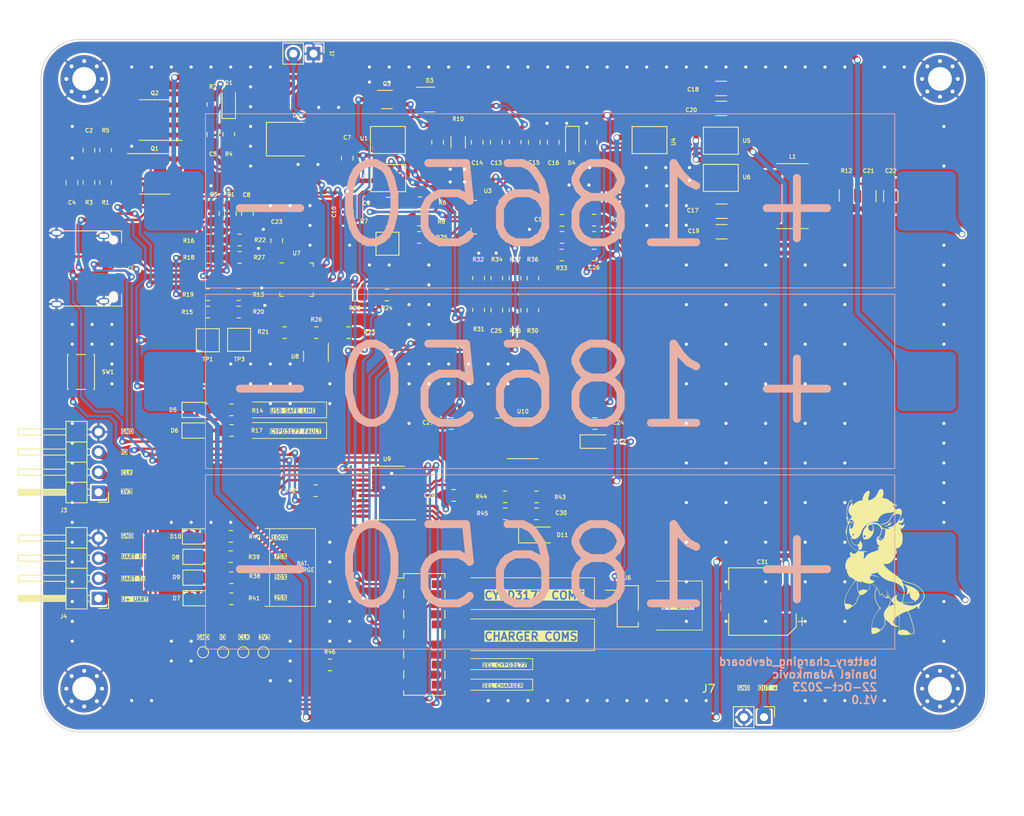
<source format=kicad_pcb>
(kicad_pcb (version 20221018) (generator pcbnew)
  (layers (0 "F.Cu" signal) (31 "B.Cu" signal) (34 "B.Paste" user) (35 "F.Paste" user) (36 "B.SilkS" user "B.Silkscreen") (37 "F.SilkS" user "F.Silkscreen") (38 "B.Mask" user) (39 "F.Mask" user) (44 "Edge.Cuts" user))
  (net 0 "")
  (net 1 "VREG_3V3")
  (net 2 "GND")
  (net 3 "Net-(BT2--)")
  (net 4 "Net-(BT1--)")
  (net 5 "V_USB_OUT")
  (net 6 "Net-(D1-K)")
  (net 7 "Net-(D1-A)")
  (net 8 "uC_adc_battery")
  (net 9 "/usb_input/CC1")
  (net 10 "USB_C_D+")
  (net 11 "USB_C_D-")
  (net 13 "/usb_input/CC2")
  (net 15 "Net-(Q1A-S)")
  (net 16 "Net-(Q1A-G-Pad2)")
  (net 17 "V_USB_SAFE")
  (net 18 "Net-(U7-VCCD)")
  (net 19 "Net-(D6-K)")
  (net 20 "Net-(U7-SAFE_PWR_EN)")
  (net 21 "Net-(U7-VBUS_FET_EN)")
  (net 22 "Net-(U7-ISNK_COARSE)")
  (net 23 "/usb_input/VDDD_3V3")
  (net 24 "Net-(U7-ISNK_FINE)")
  (net 25 "USB_C_GPIO")
  (net 26 "USB_C_BUS")
  (net 27 "Net-(D10-A)")
  (net 28 "Net-(U7-VBUS_MIN)")
  (net 29 "Net-(U7-VBUS_MAX)")
  (net 30 "Net-(U7-FLIP)")
  (net 31 "uC_adc_Icharge")
  (net 32 "Net-(C10-Pad2)")
  (net 33 "Net-(C10-Pad1)")
  (net 34 "Net-(U7-FAULT)")
  (net 35 "POWER_SYSTEM")
  (net 36 "Net-(U7-HPI_INT)")
  (net 39 "Net-(D4-A)")
  (net 41 "Net-(D4-K)")
  (net 44 "Net-(U3-ACP)")
  (net 45 "Net-(C9-Pad2)")
  (net 46 "Net-(D3-Pad3)")
  (net 47 "Net-(D5-A)")
  (net 48 "Net-(D6-A)")
  (net 49 "Net-(D7-A)")
  (net 50 "Net-(D8-A)")
  (net 51 "Net-(U3-SRP)")
  (net 52 "Net-(U3-SRN)")
  (net 53 "Net-(U3-VCC)")
  (net 54 "Net-(U3-PHASE)")
  (net 55 "Net-(C17-Pad2)")
  (net 56 "Net-(D9-A)")
  (net 57 "Net-(C26-Pad2)")
  (net 58 "/usb_input/BACKUP_POWER")
  (net 59 "HPI_CLK")
  (net 60 "/microcontroller/uC_clk")
  (net 61 "HPI_SDA")
  (net 62 "/microcontroller/uC_sda")
  (net 63 "I2C_CLK_CHRG")
  (net 64 "I2C_SDA_CHRG")
  (net 65 "Net-(Q3-C2)")
  (net 66 "/microcontroller/uC_sel_comms")
  (net 67 "Net-(L1-Pad2)")
  (net 68 "/microcontroller/uC_swdio")
  (net 69 "/microcontroller/uc_swclk")
  (net 70 "Net-(Q3-B2)")
  (net 71 "/microcontroller/uC_uart_tx")
  (net 72 "/microcontroller/uC_uart_rx")
  (net 73 "UART_SUPP_5V")
  (net 74 "Net-(U3-CMSRC)")
  (net 75 "uC_bat_out_en")
  (net 76 "Net-(U3-ACDRV)")
  (net 77 "Net-(U3-ACOK)")
  (net 78 "Net-(U3-ILIM)")
  (net 79 "Net-(U3-ACDET)")
  (net 80 "Net-(U3-BATDR)")
  (net 81 "Net-(U3-LODRV)")
  (net 82 "Net-(U3-HIDRV)")
  (net 83 "Net-(D11-K)")
  (net 84 "Net-(J4-Pin_1)")
  (net 85 "Net-(J5-Pin_9)")
  (net 87 "Net-(U9-PA6)")
  (net 88 "Net-(U9-PA4)")
  (net 89 "Net-(R42-Pad1)")
  (net 90 "Net-(U9-PA1)")
  (net 91 "Net-(U9-PA7)")
  (net 92 "Net-(U9-PB1)")
  (net 93 "Net-(U9-PA0)")
  (footprint "Capacitor_SMD:C_1206_3216Metric_Pad1.33x1.80mm_HandSolder" (layer "F.Cu") (at 145.8 58.8 -90)
    (fp_text reference "C22")
    (fp_text value "10u")
  )
  (footprint "Resistor_SMD:R_0805_2012Metric_Pad1.20x1.40mm_HandSolder" (layer "F.Cu") (at 93.775 73.158947 90)
    (fp_text reference "R31")
    (fp_text value "430k")
  )
  (footprint "User_Mosfet:HSMT8" (layer "F.Cu") (at 82.355 51.7025 90)
    (fp_text reference "U1")
    (fp_text value "RQ3E100BN")
  )
  (footprint "Capacitor_SMD:C_0805_2012Metric_Pad1.18x1.45mm_HandSolder" (layer "F.Cu") (at 108.46 87.515)
    (fp_text reference "C24")
    (fp_text value "0.33u")
  )
  (footprint "Resistor_SMD:R_0805_2012Metric_Pad1.20x1.40mm_HandSolder" (layer "F.Cu") (at 59.7 64.3375)
    (fp_text reference "R16")
    (fp_text value "5.1k")
  )
  (footprint "Capacitor_SMD:C_0805_2012Metric_Pad1.18x1.45mm_HandSolder" (layer "F.Cu") (at 60.3 60.9875 90)
    (fp_text reference "C3")
    (fp_text value "1u")
  )
  (footprint "Resistor_SMD:R_0805_2012Metric_Pad1.20x1.40mm_HandSolder" (layer "F.Cu") (at 63.6 64.3375)
    (fp_text reference "R22")
    (fp_text value "5.1k")
  )
  (footprint "Capacitor_SMD:C_1206_3216Metric_Pad1.33x1.80mm_HandSolder" (layer "F.Cu") (at 124.4 47.725)
    (fp_text reference "C20")
    (fp_text value "10u")
  )
  (footprint "User_Mosfet:HSMT8" (layer "F.Cu") (at 124.32 56.5125 -90)
    (fp_text reference "U6")
    (fp_text value "RQ3E100BN")
  )
  (footprint "Capacitor_SMD:C_0805_2012Metric_Pad1.18x1.45mm_HandSolder" (layer "F.Cu") (at 101.095 98.92)
    (fp_text reference "C30")
    (fp_text value "0.1u")
  )
  (footprint "Resistor_SMD:R_0805_2012Metric_Pad1.20x1.40mm_HandSolder" (layer "F.Cu") (at 77.35 76.0375 180)
    (fp_text reference "R23")
    (fp_text value "4.7K")
  )
  (footprint "Capacitor_SMD:C_0805_2012Metric_Pad1.18x1.45mm_HandSolder" (layer "F.Cu") (at 60.25 51.025 90)
    (fp_text reference "C5")
    (fp_text value "1u")
  )
  (footprint "Resistor_SMD:R_0805_2012Metric_Pad1.20x1.40mm_HandSolder" (layer "F.Cu") (at 63.5 71.2375)
    (fp_text reference "R13")
    (fp_text value "5.1k")
  )
  (footprint "Diode_SMD:D_SOD-323_HandSoldering" (layer "F.Cu") (at 108.6 89.8)
    (fp_text reference "D12")
    (fp_text value "BAT54WS")
  )
  (footprint "LED_SMD:LED_0805_2012Metric_Pad1.15x1.40mm_HandSolder" (layer "F.Cu") (at 58.245 101.78)
    (fp_text reference "D10")
    (fp_text value "LED")
  )
  (footprint "LED_SMD:LED_0805_2012Metric_Pad1.15x1.40mm_HandSolder" (layer "F.Cu") (at 58.2 85.8)
    (fp_text reference "D5")
    (fp_text value "LED")
  )
  (footprint "User_Mosfet:HSMT8" (layer "F.Cu") (at 115.325 51.735 -90)
    (fp_text reference "U4")
    (fp_text value "RQ3E100BN")
  )
  (footprint "Capacitor_SMD:C_0805_2012Metric_Pad1.18x1.45mm_HandSolder" (layer "F.Cu") (at 108 52 -90)
    (fp_text reference "C11")
    (fp_text value "0.1u")
  )
  (footprint "Resistor_SMD:R_0805_2012Metric_Pad1.20x1.40mm_HandSolder" (layer "F.Cu") (at 75 118)
    (fp_text reference "R46")
    (fp_text value "2k")
  )
  (footprint "Capacitor_SMD:C_0805_2012Metric_Pad1.18x1.45mm_HandSolder" (layer "F.Cu") (at 90.33 87.515 180)
    (fp_text reference "C27")
    (fp_text value "0.1u")
  )
  (footprint "Resistor_SMD:R_0805_2012Metric_Pad1.20x1.40mm_HandSolder" (layer "F.Cu") (at 101.095 96.79 180)
    (fp_text reference "R43")
    (fp_text value "10k")
  )
  (footprint "LOGO" (layer "F.Cu") (at 145 105)
    (fp_text reference "G***" hide)
    (fp_text value "LOGO" hide)
  )
  (footprint "Resistor_SMD:R_0805_2012Metric_Pad1.20x1.40mm_HandSolder" (layer "F.Cu") (at 62.6 88.4)
    (fp_text reference "R17")
    (fp_text value "2k")
  )
  (footprint "Resistor_SMD:R_0805_2012Metric_Pad1.20x1.40mm_HandSolder" (layer "F.Cu") (at 98.4 52 -90)
    (fp_text reference "R9")
    (fp_text value "10")
  )
  (footprint "Package_TO_SOT_SMD:SOT-23" (layer "F.Cu") (at 73.25 79.0375 -90)
    (fp_text reference "U8")
    (fp_text value "T2N7002AK")
  )
  (footprint "Capacitor_SMD:C_0805_2012Metric_Pad1.18x1.45mm_HandSolder" (layer "F.Cu") (at 62.45 60.9875 90)
    (fp_text reference "C1")
    (fp_text value "0.1u")
  )
  (footprint "Capacitor_SMD:C_0805_2012Metric_Pad1.18x1.45mm_HandSolder" (layer "F.Cu") (at 90.635 96.59)
    (fp_text reference "C29")
    (fp_text value "0.1u")
  )
  (footprint "MountingHole:MountingHole_3mm_Pad_Via" (layer "F.Cu") (at 152 121)
    (fp_text reference "REF**" hide)
    (fp_text value "MountingHole_3mm_Pad_Via")
  )
  (footprint "User_Mosfet:HSMT8" (layer "F.Cu") (at 124.32 51.81 -90)
    (fp_text reference "U5")
    (fp_text value "RQ3E100BN")
  )
  (footprint "Package_SO:SO-8_3.9x4.9mm_P1.27mm" (layer "F.Cu") (at 52.9 55.9875)
    (fp_text reference "Q1")
    (fp_text value "DMP3036SSD")
  )
  (footprint "Resistor_SMD:R_0805_2012Metric_Pad1.20x1.40mm_HandSolder" (layer "F.Cu") (at 73.2 96)
    (fp_text reference "R42")
    (fp_text value "2k")
  )
  (footprint "Resistor_SMD:R_0805_2012Metric_Pad1.20x1.40mm_HandSolder" (layer "F.Cu") (at 46.7 53 90)
    (fp_text reference "R5")
    (fp_text value "10k")
  )
  (footprint "LED_SMD:LED_0805_2012Metric_Pad1.15x1.40mm_HandSolder" (layer "F.Cu") (at 58.315 104.35)
    (fp_text reference "D8")
    (fp_text value "LED")
  )
  (footprint "Resistor_SMD:R_1206_3216Metric_Pad1.30x1.75mm_HandSolder" (layer "F.Cu") (at 91.2 52 -90)
    (fp_text reference "R10")
    (fp_text value "10m")
  )
  (footprint "TestPoint:TestPoint_Pad_2.5x2.5mm" (layer "F.Cu") (at 63.55 76.9375)
    (fp_text reference "TP3")
    (fp_text value "HPI_INT")
  )
  (footprint "Resistor_SMD:R_0805_2012Metric_Pad1.20x1.40mm_HandSolder" (layer "F.Cu") (at 82.2 71.2875 180)
    (fp_text reference "R24")
    (fp_text value "2.2k")
  )
  (footprint "Package_DFN_QFN:Texas_S-PVQFN-N20_EP2.4x2.4mm" (layer "F.Cu") (at 94.925 61.458947)
    (fp_text reference "U3")
    (fp_text value "BQ24725A")
  )
  (footprint "LED_SMD:LED_0805_2012Metric_Pad1.15x1.40mm_HandSolder" (layer "F.Cu") (at 58.335 109.58)
    (fp_text reference "D7")
    (fp_text value "LED")
  )
  (footprint "Resistor_SMD:R_0805_2012Metric_Pad1.20x1.40mm_HandSolder" (layer "F.Cu") (at 100.625 73.208947 -90)
    (fp_text reference "R30")
    (fp_text value "316k")
  )
  (footprint "Resistor_SMD:R_0805_2012Metric_Pad1.20x1.40mm_HandSolder" (layer "F.Cu") (at 62.495 104.33 180)
    (fp_text reference "R39")
    (fp_text value "660")
  )
  (footprint "Resistor_SMD:R_0805_2012Metric_Pad1.20x1.40mm_HandSolder" (layer "F.Cu") (at 86.275 64.008947)
    (fp_text reference "R25")
    (fp_text value "10k")
  )
  (footprint "Capacitor_SMD:C_0805_2012Metric_Pad1.18x1.45mm_HandSolder" (layer "F.Cu") (at 93.6 52 -90)
    (fp_text reference "C14")
    (fp_text value "0.1u")
  )
  (footprint "Resistor_SMD:R_0805_2012Metric_Pad1.20x1.40mm_HandSolder" (layer "F.Cu") (at 100.625 69.158947 90)
    (fp_text reference "R36")
    (fp_text value "50k")
  )
  (footprint "LED_SMD:LED_0805_2012Metric_Pad1.15x1.40mm_HandSolder" (layer "F.Cu") (at 58.315 106.98)
    (fp_text reference "D9")
    (fp_text value "LED")
  )
  (footprint "Resistor_SMD:R_0805_2012Metric_Pad1.20x1.40mm_HandSolder" (layer "F.Cu") (at 62.565 109.65 180)
    (fp_text reference "R41")
    (fp_text value "660")
  )
  (footprint "Capacitor_SMD:CP_Elec_8x10" (layer "F.Cu") (at 129.6 110 180)
    (fp_text reference "C31")
    (fp_text value "220u")
  )
  (footprint "Resistor_SMD:R_0805_2012Metric_Pad1.20x1.40mm_HandSolder" (layer "F.Cu") (at 62.555 106.99 180)
    (fp_text reference "R38")
    (fp_text value "660")
  )
  (footprint "TestPoint:TestPoint_Pad_D1.0mm" (layer "F.Cu") (at 59 116.4 -90)
    (fp_text reference "TP4" hide)
    (fp_text value "debug_gnd")
  )
  (footprint "Resistor_SMD:R_0805_2012Metric_Pad1.20x1.40mm_HandSolder" (layer "F.Cu") (at 46.7 57.0875 -90)
    (fp_text reference "R1")
    (fp_text value "1k")
  )
  (footprint "TestPoint:TestPoint_Pad_2.5x2.5mm" (layer "F.Cu") (at 59.6 77)
    (fp_text reference "TP1")
    (fp_text value "HPI_INT")
  )
  (footprint "Capacitor_SMD:C_1206_3216Metric_Pad1.33x1.80mm_HandSolder" (layer "F.Cu") (at 143.025 58.8 -90)
    (fp_text reference "C21")
    (fp_text value "10u")
  )
  (footprint "Connector_PinHeader_2.54mm:PinHeader_1x02_P2.54mm_Vertical_SMD_Pin1Left" (layer "F.Cu") (at 112.6 110.6)
    (fp_text reference "J6")
    (fp_text value "UART_SUPP")
  )
  (footprint "Resistor_SMD:R_0805_2012Metric_Pad1.20x1.40mm_HandSolder" (layer "F.Cu") (at 73.3 76.0375)
    (fp_text reference "R26")
    (fp_text value "50k")
  )
  (footprint "Resistor_SMD:R_0805_2012Metric_Pad1.20x1.40mm_HandSolder" (layer "F.Cu") (at 86.275 61.808947)
    (fp_text reference "R8")
    (fp_text value "4k")
  )
  (footprint "Connector_PinHeader_2.54mm:PinHeader_1x04_P2.54mm_Horizontal" (layer "F.Cu") (at 45.8 96.2 180)
    (fp_text reference "J3")
    (fp_text value "DEBUG_CONN")
  )
  (footprint "Capacitor_SMD:C_0805_2012Metric_Pad1.18x1.45mm_HandSolder" (layer "F.Cu") (at 96 52 90)
    (fp_text reference "C13")
    (fp_text value "0.1u")
  )
  (footprint "Resistor_SMD:R_0805_2012Metric_Pad1.20x1.40mm_HandSolder" (layer "F.Cu") (at 82.325 61.8625)
    (fp_text reference "R7")
    (fp_text value "4k")
  )
  (footprint "Resistor_SMD:R_0805_2012Metric_Pad1.20x1.40mm_HandSolder" (layer "F.Cu") (at 98.375 73.208947 -90)
    (fp_text reference "R35")
    (fp_text value "10k")
  )
  (footprint "Capacitor_SMD:C_0805_2012Metric_Pad1.18x1.45mm_HandSolder" (layer "F.Cu") (at 68.3 64.4375 90)
    (fp_text reference "C23")
    (fp_text value "1u")
  )
  (footprint "Capacitor_SMD:C_0805_2012Metric_Pad1.18x1.45mm_HandSolder" (layer "F.Cu") (at 77.2 60.8 90)
    (fp_text reference "C10")
    (fp_text value "0.1u")
  )
  (footprint "Connector_PinHeader_2.54mm:PinHeader_1x02_P2.54mm_Vertical" (layer "F.Cu") (at 129.8 124.6 -90)
    (fp_text reference "J7")
    (fp_text value "OUT_SUP")
  )
  (footprint "Connector_PinHeader_2.54mm:PinHeader_1x04_P2.54mm_Horizontal" (layer "F.Cu") (at 45.8 109.6 180)
    (fp_text reference "J4")
    (fp_text value "UART_CONN")
  )
  (footprint "Resistor_SMD:R_0805_2012Metric_Pad1.20x1.40mm_HandSolder" (layer "F.Cu") (at 104.25 66.2375 180)
    (fp_text reference "R33")
    (fp_text value "4k")
  )
  (footprint "Capacitor_SMD:C_0805_2012Metric_Pad1.18x1.45mm_HandSolder" (layer "F.Cu") (at 42.45 57.1 90)
    (fp_text reference "C4")
    (fp_text value "3.3u")
  )
  (footprint "Resistor_SMD:R_0805_2012Metric_Pad1.20x1.40mm_HandSolder" (layer "F.Cu") (at 60.25 47.2375 90)
    (fp_text reference "R2")
    (fp_text value "1k")
  )
  (footprint "Capacitor_SMD:C_0805_2012Metric_Pad1.18x1.45mm_HandSolder" (layer "F.Cu") (at 64.6 61 90)
    (fp_text reference "C8")
    (fp_text value "0.1u")
  )
  (footprint "Resistor_SMD:R_0805_2012Metric_Pad1.20x1.40mm_HandSolder" (layer "F.Cu") (at 59.6 73.4375)
    (fp_text reference "R15")
    (fp_text value "N/A")
  )
  (footprint "Resistor_SMD:R_0805_2012Metric_Pad1.20x1.40mm_HandSolder" (layer "F.Cu") (at 44.6 57.0875 90)
    (fp_text reference "R3")
    (fp_text value "49.9k")
  )
  (footprint "Resistor_SMD:R_1206_3216Metric_Pad1.30x1.75mm_HandSolder" (layer "F.Cu") (at 140.2 58.7125 90)
    (fp_text reference "R12")
    (fp_text value "10m")
  )
  (footprint "Resistor_SMD:R_0805_2012Metric_Pad1.20x1.40mm_HandSolder" (layer "F.Cu") (at 78.15 71.2875 180)
    (fp_text reference "R28")
    (fp_text value "2.2k")
  )
  (footprint "Capacitor_SMD:C_1206_3216Metric_Pad1.33x1.80mm_HandSolder" (layer "F.Cu") (at 124.4 45.2)
    (fp_text reference "C18")
    (fp_text value "10u")
  )
  (footprint "Resistor_SMD:R_0805_2012Metric_Pad1.20x1.40mm_HandSolder" (layer "F.Cu") (at 97.125 96.78 180)
    (fp_text reference "R44")
    (fp_text value "58k")
  )
  (footprint "Capacitor_SMD:C_0805_2012Metric_Pad1.18x1.45mm_HandSolder" (layer "F.Cu") (at 82.3625 59.6875)
    (fp_text reference "C9")
    (fp_text value "2.2u")
  )
  (footprint "Capacitor_SMD:C_0805_2012Metric_Pad1.18x1.45mm_HandSolder" (layer "F.Cu") (at 104.3 64.008947 180)
    (fp_text reference "C28")
    (fp_text value "0.1u")
  )
  (footprint "Diode_SMD:D_SOD-123" (layer "F.Cu") (at 101.185 101.59)
    (fp_text reference "D11")
    (fp_text value "MMSZ4684-TP")
  )
  (footprint "Connector_USB:USB_C_Receptacle_Amphenol_12401610E4-2A" (layer "F.Cu") (at 43.35 67.9375 -90)
    (fp_text reference "J2")
    (fp_text value "USB_C_Receptacle_USB2.0")
  )
  (footprint "Resistor_SMD:R_0805_2012Metric_Pad1.20x1.40mm_HandSolder" (layer "F.Cu") (at 86.3625 59.6375 180)
    (fp_text reference "R6")
    (fp_text value "2")
  )
  (footprint "Capacitor_SMD:C_0805_2012Metric_Pad1.18x1.45mm_HandSolder" (layer "F.Cu") (at 96.075 73.196447 90)
    (fp_text reference "C25")
    (fp_text value "100p")
  )
  (footprint "Inductor_SMD:L_Bourns_SRN8040TA" (layer "F.Cu") (at 133.4 58.8)
    (fp_text reference "L1")
    (fp_text value "4.7u")
  )
  (footprint "Capacitor_SMD:C_1206_3216Metric_Pad1.33x1.80mm_HandSolder" (layer "F.Cu") (at 124.4375 60.7)
    (fp_text reference "C17")
    (fp_text value "10u")
  )
  (footprint "Button_Switch_SMD:SW_SPST_PTS810" (layer "F.Cu") (at 43.6 81 -90)
    (fp_text reference "SW1")
    (fp_text value "BAT_IND")
  )
  (footprint "Resistor_SMD:R_0805_2012Metric_Pad1.20x1.40mm_HandSolder" (layer "F.Cu") (at 62.575 85.8)
    (fp_text reference "R14")
    (fp_text value "2k")
  )
  (footprint "MountingHole:MountingHole_3mm_Pad_Via" (layer "F.Cu") (at 44 121)
    (fp_text reference "REF**" hide)
    (fp_text value "MountingHole_3mm_Pad_Via")
  )
  (footprint "User_Mosfet:HSMT8" (layer "F.Cu") (at 82.4 56.5125 90)
    (fp_text reference "U2")
    (fp_text value "RQ3E100BN")
  )
  (footprint "Capacitor_SMD:C_0805_2012Metric_Pad1.18x1.45mm_HandSolder" (layer "F.Cu") (at 104.3 61.858947 180)
    (fp_text reference "C12")
    (fp_text value "0.1u")
  )
  (footprint "Package_TO_SOT_SMD:SOT-23" (layer "F.Cu") (at 87.6 46.6)
    (fp_text reference "D3")
    (fp_text value "BAT54C")
  )
  (footprint "Resistor_SMD:R_0805_2012Metric_Pad1.20x1.40mm_HandSolder" (layer "F.Cu") (at 62.25 50.9875 90)
    (fp_text reference "R4")
    (fp_text value "49.9k")
  )
  (footprint "Package_SO:TSSOP-20_4.4x6.5mm_P0.65mm" (layer "F.Cu") (at 82.23 96.29 180)
    (fp_text reference "U9")
    (fp_text value "STM32F042F6Px")
  )
  (footprint "Resistor_SMD:R_0805_2012Metric_Pad1.20x1.40mm_HandSolder" (layer "F.Cu") (at 62.505 101.77 180)
    (fp_text reference "R40")
    (fp_text value "660")
  )
  (footprint "Package_TO_SOT_SMD:SOT-363_SC-70-6_Handsoldering" (layer "F.Cu") (at 82.2 46.6)
    (fp_text reference "Q3")
    (fp_text value "MUN5335DW1T2G")
  )
  (footprint "Package_SO:SO-8_3.9x4.9mm_P1.27mm" (layer "F.Cu") (at 52.9 49.1875 180)
    (fp_text reference "Q2")
    (fp_text value "DMP3036SSD")
  )
  (footprint "Capacitor_SMD:C_1206_3216Metric_Pad1.33x1.80mm_HandSolder" (layer "F.Cu") (at 124.4375 63.3)
    (fp_text reference "C19")
    (fp_text value "10u")
  )
  (footprint "Package_DFN_QFN:QFN-24-1EP_4x4mm_P0.5mm_EP2.65x2.65mm" (layer "F.Cu") (at 70.8 69.3375)
    (fp_text reference "U7")
    (fp_text value "CYPD3177")
  )
  (footprint "Capacitor_SMD:C_0805_2012Metric_Pad1.18x1.45mm_HandSolder" (layer "F.Cu") (at 108.35 66.2375 180)
    (fp_text reference "C26")
    (fp_text value "0.01u")
  )
  (footprint "Resistor_SMD:R_0805_2012Metric_Pad1.20x1.40mm_HandSolder" (layer "F.Cu") (at 96.075 69.146447 -90)
    (fp_text reference "R34")
    (fp_text value "50k")
  )
  (footprint "Package_SO:SOIC-8_3.9x4.9mm_P1.27mm" (layer "F.Cu") (at 99.355 89.39)
    (fp_text reference "U10")
    (fp_text value "L78L33_SO8")
  )
  (footprint "Diode_SMD:D_SOD-323_HandSoldering" (layer "F.Cu") (at 62.25 46.9875 90)
    (fp_text reference "D1")
    (fp_text value "BAT54WS")
  )
  (footprint "Resistor_SMD:R_0805_2012Metric_Pad1.20x1.40mm_HandSolder" (layer "F.Cu") (at 69.3 76.0375)
    (fp_text reference "R21")
    (fp_text value "5.1k")
  )
  (footprint "Resistor_SMD:R_0805_2012Metric_Pad1.20x1.40mm_HandSolder" (layer "F.Cu") (at 93.775 69.158947 90)
    (fp_text reference "R32")
    (fp_text value "66.5k")
  )
  (footprint "Connector_PinHeader_2.54mm:PinHeader_2x06_P2.54mm_Vertical_SMD" (layer "F.Cu") (at 86.925 114.15)
    (fp_text reference "J5")
    (fp_text value "COMM_SELECT")
  )
  (footprint "Resistor_SMD:R_0805_2012Metric_Pad1.20x1.40mm_HandSolder" (layer "F.Cu") (at 59.6 71.2375)
    (fp_text reference "R19")
    (fp_text value "5.1k")
  )
  (footprint "Diode_SMD:D_SOD-323_HandSoldering" (layer "F.Cu") (at 105.6 52 -90)
    (fp_text reference "D4")
    (fp_text value "BAT54WS")
  )
  (footprint "Resistor_SMD:R_0805_2012Metric_Pad1.20x1.40mm_HandSolder" (layer "F.Cu") (at 98.375 69.158947 90)
    (fp_text reference "R37")
    (fp_text value "10k")
  )
  (footprint "TestPoint:TestPoint_Pad_D1.0mm" (layer "F.Cu") (at 66.62 116.4 -90)
    (fp_text reference "TP6" hide)
    (fp_text value "debug_3V3")
  )
  (footprint "Capacitor_SMD:C_0805_2012Metric_Pad1.18x1.45mm_HandSolder" (layer "F.Cu") (at 88.6 52 -90)
    (fp_text reference "C6")
    (fp_text value "0.1u")
  )
  (footprint "Resistor_SMD:R_0805_2012Metric_Pad1.20x1.40mm_HandSolder" (layer "F.Cu") (at 63.6 66.5375)
    (fp_text reference "R27")
    (fp_text value "5.1k")
  )
  (footprint "Resistor_SMD:R_0805_2012Metric_Pad1.20x1.40mm_HandSolder" (layer "F.Cu") (at 108.35 61.833947 180)
    (fp_text reference "R11")
    (fp_text value "10")
  )
  (footprint "Capacitor_SMD:C_0805_2012Metric_Pad1.18x1.45mm_HandSolder" (layer "F.Cu") (at 100.8 52 -90)
    (fp_text reference "C15")
    (fp_text value "0.1u")
  )
  (footprint "TestPoint:TestPoint_Pad_2.5x2.5mm" (layer "F.Cu") (at 82.275 64.808947)
    (fp_text reference "TP2")
    (fp_text value "ACOK_TP")
  )
  (footprint "Capacitor_SMD:C_0805_2012Metric_Pad1.18x1.45mm_HandSolder" (layer "F.Cu") (at 103.2 52 -90)
    (fp_text reference "C16")
    (fp_text value "0.047u")
  )
  (footprint "Capacitor_SMD:C_0805_2012Metric_Pad1.18x1.45mm_HandSolder" (layer "F.Cu") (at 44.6 53 90)
    (fp_text reference "C2")
    (fp_text value "1u")
  )
  (footprint "MountingHole:MountingHole_3mm_Pad_Via" (layer "F.Cu") (at 44 44)
    (fp_text reference "REF**" hide)
    (fp_text value "MountingHole_3mm_Pad_Via")
  )
  (footprint "MountingHole:MountingHole_3mm_Pad_Via" (layer "F.Cu") (at 152 44)
    (fp_text reference "REF**" hide)
    (fp_text value "MountingHole_3mm_Pad_Via")
  )
  (footprint "TestPoint:TestPoint_Pad_D1.0mm" (layer "F.Cu") (at 64.08 116.4 -90)
    (fp_text reference "TP7" hide)
    (fp_text value "debug_swclk")
  )
  (footprint "Resistor_SMD:R_0805_2012Metric_Pad1.20x1.40mm_HandSolder" (layer "F.Cu") (at 59.7 66.5375)
    (fp_text reference "R18")
    (fp_text value "0k")
  )
  (footprint "Diode_SMD:D_PowerDI-5" (layer "F.Cu") (at 70.8 51.6)
    (fp_text reference "D2")
    (fp_text value "SBR8M")
  )
  (footprint "Capacitor_SMD:C_0805_2012Metric_Pad1.18x1.45mm_HandSolder" (layer "F.Cu") (at 77.2 54 90)
    (fp_text reference "C7")
    (fp_text value "2200p")
  )
  (footprint "TestPoint:TestPoint_Pad_D1.0mm" (layer "F.Cu") (at 61.54 116.4 -90)
    (fp_text reference "TP5" hide)
    (fp_text value "debug_swdio")
  )
  (footprint "LED_SMD:LED_0805_2012Metric_Pad1.15x1.40mm_HandSolder" (layer "F.Cu") (at 58.2 88.4)
    (fp_text reference "D6")
    (fp_text value "LED")
  )
  (footprint "Resistor_SMD:R_0805_2012Metric_Pad1.20x1.40mm_HandSolder" (layer "F.Cu") (at 97.135 98.92)
    (fp_text reference "R45")
    (fp_text value "2k")
  )
  (footprint "Resistor_SMD:R_0805_2012Metric_Pad1.20x1.40mm_HandSolder" (layer "F.Cu") (at 63.5 73.4375)
    (fp_text reference "R20")
    (fp_text value "5.1k")
  )
  (footprint "Connector_PinHeader_2.54mm:PinHeader_1x02_P2.54mm_Vertical" (layer "F.Cu") (at 72.94 40.8 -90)
    (fp_text reference "J1")
    (fp_text value "Conn_01x02_Male")
  )
  (footprint "Resistor_SMD:R_0805_2012Metric_Pad1.20x1.40mm_HandSolder" (layer "F.Cu") (at 108.35 64.008947 180)
    (fp_text reference "R29")
    (fp_text value "10")
  )
  (footprint "User_Battery:Battery_18650" (layer "B.Cu") (at 102.8 59.4 180)
    (fp_text reference "BT1" hide)
    (fp_text value "18650")
  )
  (footprint "LOGO" (layer "B.Cu") (at 122 82 180)
    (fp_text reference "G***" hide)
    (fp_text value "LOGO" hide)
  )
  (footprint "User_Battery:Battery_18650" (layer "B.Cu") (at 102.8 82.2 180)
    (fp_text reference "BT2" hide)
    (fp_text value "18650")
  )
  (footprint "User_Battery:Battery_18650" (layer "B.Cu") (at 102.8 105 180)
    (fp_text reference "BT3" hide)
    (fp_text value "18650")
  )
  (gr_line (start 108.4 107) (end 108.4 111) (stroke (width 0.1)) (layer "F.SilkS"))
  (gr_line (start 66.8 100.8) (end 73.2 100.8) (stroke (width 0.1)) (layer "F.SilkS"))
  (gr_line (start 65.2 84.8) (end 74.6 84.8) (stroke (width 0.1)) (layer "F.SilkS"))
  (gr_line (start 65.2 87.4) (end 74.6 87.4) (stroke (width 0.1)) (layer "F.SilkS"))
  (gr_line (start 92.8 119.8) (end 100.6 119.8) (stroke (width 0.1)) (layer "F.SilkS"))
  (gr_line (start 74.6 89.4) (end 65.2 89.4) (stroke (width 0.1)) (layer "F.SilkS"))
  (gr_line (start 100.6 119.8) (end 100.6 121.2) (stroke (width 0.1)) (layer "F.SilkS"))
  (gr_line (start 100.6 117.2) (end 100.6 118.6) (stroke (width 0.1)) (layer "F.SilkS"))
  (gr_line (start 100.6 118.6) (end 92.8 118.6) (stroke (width 0.1)) (layer "F.SilkS"))
  (gr_line (start 108.4 112.2) (end 108.4 116.2) (stroke (width 0.1)) (layer "F.SilkS"))
  (gr_line (start 74.6 84.8) (end 74.6 86.8) (stroke (width 0.1)) (layer "F.SilkS"))
  (gr_line (start 108.4 111) (end 92.8 111) (stroke (width 0.1)) (layer "F.SilkS"))
  (gr_line (start 73.2 100.8) (end 73.2 110.6) (stroke (width 0.1)) (layer "F.SilkS"))
  (gr_line (start 67.4 100.8) (end 67.4 110.6) (stroke (width 0.1)) (layer "F.SilkS"))
  (gr_line (start 73.2 110.6) (end 66.8 110.6) (stroke (width 0.1)) (layer "F.SilkS"))
  (gr_line (start 92.8 112.2) (end 108.4 112.2) (stroke (width 0.1)) (layer "F.SilkS"))
  (gr_line (start 100.6 121.2) (end 92.8 121.2) (stroke (width 0.1)) (layer "F.SilkS"))
  (gr_line (start 108.4 116.2) (end 92.8 116.2) (stroke (width 0.1)) (layer "F.SilkS"))
  (gr_line (start 116.2 107.4) (end 122 107.4) (stroke (width 0.1)) (layer "F.SilkS"))
  (gr_line (start 92.8 107) (end 108.4 107) (stroke (width 0.1)) (layer "F.SilkS"))
  (gr_line (start 122 113.6) (end 116.2 113.6) (stroke (width 0.1)) (layer "F.SilkS"))
  (gr_line (start 74.6 86.8) (end 65.2 86.8) (stroke (width 0.1)) (layer "F.SilkS"))
  (gr_line (start 122 107.4) (end 122 113.6) (stroke (width 0.1)) (layer "F.SilkS"))
  (gr_line (start 74.6 87.4) (end 74.6 89.4) (stroke (width 0.1)) (layer "F.SilkS"))
  (gr_line (start 92.8 117.2) (end 100.6 117.2) (stroke (width 0.1)) (layer "F.SilkS"))
  (gr_line (start 38.535534 121.464466) (end 38.535534 44) (stroke (width 0.1)) (layer "Edge.Cuts"))
  (gr_arc (start 153 39) (mid 156.535534 40.464466) (end 158 44) (stroke (width 0.1)) (layer "Edge.Cuts"))
  (gr_arc (start 43.535534 126.464466) (mid 40 125) (end 38.535534 121.464466) (stroke (width 0.1)) (layer "Edge.Cuts"))
  (gr_line (start 153 126.464466) (end 43.535534 126.464466) (stroke (width 0.1)) (layer "Edge.Cuts"))
  (gr_line (start 158 121.464466) (end 158 44) (stroke (width 0.1)) (layer "Edge.Cuts"))
  (gr_line (start 43.535534 39) (end 153 39) (stroke (width 0.1)) (layer "Edge.Cuts"))
  (gr_arc (start 38.535534 44) (mid 40 40.464466) (end 43.535534 39) (stroke (width 0.1)) (layer "Edge.Cuts"))
  (gr_arc (start 158 121.464466) (mid 156.535534 125) (end 153 126.464466) (stroke (width 0.1)) (layer "Edge.Cuts"))
  (gr_text "battery_charging_devboard\nDaniel Adamkovic\n22-Oct-2023\nV1.0" (at 144.2 123) (layer "B.SilkS") (effects (font (size 1 1) (thickness 0.2) bold) (justify left bottom mirror)))
  (gr_text "IO" (at 48.6 91.4) (layer "F.SilkS" knockout) (effects (font (size 0.5 0.5) (thickness 0.1) bold) (justify left bottom)))
  (gr_text "UART Tx" (at 48.6 107.4) (layer "F.SilkS" knockout) (effects (font (size 0.5 0.5) (thickness 0.1) bold) (justify left bottom)))
  (gr_text " 50%" (at 67.6 107.2) (layer "F.SilkS" knockout) (effects (font (size 0.5 0.5) (thickness 0.1) bold) (justify left bottom)))
  (gr_text "GND" (at 48.6 102) (layer "F.SilkS" knockout) (effects (font (size 0.5 0.5) (thickness 0.1) bold) (justify left bottom)))
  (gr_text "UART Rx" (at 48.6 104.6) (layer "F.SilkS" knockout) (effects (font (size 0.5 0.5) (thickness 0.1) bold) (justify left bottom)))
  (gr_text "CYPD3177 FAULT" (at 67.4 88.8) (layer "F.SilkS" knockout) (effects (font (size 0.5 0.5) (thickness 0.1) bold) (justify left bottom)))
  (gr_text "OUT +" (at 129 121.2) (layer "F.SilkS" knockout) (effects (font (size 0.5 0.5) (thickness 0.1) bold) (justify left bottom)))
  (gr_text "U+ UART" (at 116.8 111) (layer "F.SilkS" knockout) (effects (font (size 0.8 0.6) (thickness 0.1) bold) (justify left bottom)))
  (gr_text "3V3" (at 48.6 96.4) (layer "F.SilkS" knockout) (effects (font (size 0.5 0.5) (thickness 0.1) bold) (justify left bottom)))
  (gr_text " 25%" (at 67.6 109.8) (layer "F.SilkS" knockout) (effects (font (size 0.5 0.5) (thickness 0.1) bold) (justify left bottom)))
  (gr_text " 75%" (at 67.6 104.6) (layer "F.SilkS" knockout) (effects (font (size 0.5 0.5) (thickness 0.1) bold) (justify left bottom)))
  (gr_text "CLK" (at 48.6 94) (layer "F.SilkS" knockout) (effects (font (size 0.5 0.5) (thickness 0.1) bold) (justify left bottom)))
  (gr_text "IO" (at 61 114.8) (layer "F.SilkS" knockout) (effects (font (size 0.5 0.5) (thickness 0.1) bold) (justify left bottom)))
  (gr_text "CYPD3177 COMS" (at 94.4 109.8) (layer "F.SilkS" knockout) (effects (font (size 1 1) (thickness 0.2) bold) (justify left bottom)))
  (gr_text "U+ UART" (at 48.6 110) (layer "F.SilkS" knockout) (effects (font (size 0.5 0.5) (thickness 0.1) bold) (justify left bottom)))
  (gr_text "BAT.\nCHARGE" (at 71.6 105.6) (layer "F.SilkS") (effects (font (size 0.5 0.5) (thickness 0.1) bold)))
  (gr_text "USB SAFE LINE" (at 67.4 86.2) (layer "F.SilkS" knockout) (effects (font (size 0.5 0.5) (thickness 0.1) bold) (justify left bottom)))
  (gr_text "SEL CYPD3177" (at 94.2 118.25) (layer "F.SilkS" knockout) (effects (font (size 0.4 0.5) (thickness 0.1) bold) (justify left bottom)))
  (gr_text "GND" (at 48.6 88.8) (layer "F.SilkS" knockout) (effects (font (size 0.5 0.5) (thickness 0.1) bold) (justify left bottom)))
  (gr_text "CLK" (at 63.4 114.8) (layer "F.SilkS" knockout) (effects (font (size 0.5 0.5) (thickness 0.1) bold) (justify left bottom)))
  (gr_text "3V3" (at 66 114.8) (layer "F.SilkS" knockout) (effects (font (size 0.5 0.5) (thickness 0.1) bold) (justify left bottom)))
  (gr_text "CHARGER COMS" (at 94.4 115) (layer "F.SilkS" knockout) (effects (font (size 1 1) (thickness 0.2) bold) (justify left bottom)))
  (gr_text "GND" (at 58.2 114.8) (layer "F.SilkS" knockout) (effects (font (size 0.5 0.5) (thickness 0.1) bold) (justify left bottom)))
  (gr_text "SEL CHARGER" (at 94.2 120.85) (layer "F.SilkS" knockout) (effects (font (size 0.4 0.5) (thickness 0.1) bold) (justify left bottom)))
  (gr_text "GND" (at 126.4 121.2) (layer "F.SilkS" knockout) (effects (font (size 0.5 0.5) (thickness 0.1) bold) (justify left bottom)))
  (gr_text "100%" (at 67.6 102.2) (layer "F.SilkS" knockout) (effects (font (size 0.5 0.5) (thickness 0.1) bold) (justify left bottom)))
  (segment (start 80 100.4) (end 80.8 99.6) (width 0.3) (layer "F.Cu") (net 1))
  (segment (start 67 104.773834) (end 69.7 102.073833) (width 0.3) (layer "F.Cu") (net 1))
  (segment (start 89.654938 98.345062) (end 89.8 98.2) (width 0.3) (layer "F.Cu") (net 1))
  (segment (start 82.4 96.615) (end 79.3675 96.615) (width 0.3) (layer "F.Cu") (net 1))
  (segment (start 67 110) (end 67 104.773834) (width 0.3) (layer "F.Cu") (net 1))
  (segment (start 79.6 69.6) (end 82.8 69.6) (width 0.3) (layer "F.Cu") (net 1))
  (segment (start 82.2 76) (end 78.3875 76) (width 0.3) (layer "F.Cu") (net 1))
  (segment (start 66.62 116.4) (end 63.42 119.6) (width 0.3) (layer "F.Cu") (net 1))
  (segment (start 89.5975 96.59) (end 85.1175 96.59) (width 0.3) (layer "F.Cu") (net 1))
  (segment (start 69.7 100.9) (end 70.2 100.4) (width 0.3) (layer "F.Cu") (net 1))
  (segment (start 85.0925 96.615) (end 82.4 96.615) (width 0.3) (layer "F.Cu") (net 1))
  (segment (start 91.3675 85.9675) (end 91.3675 84.8325) (width 0.3) (layer "F.Cu") (net 1))
  (segment (start 91.3675 87.515) (end 91.3675 85.9675) (width 0.3) (layer "F.Cu") (net 1))
  (segment (start 53.8 119.6) (end 51.8 117.6) (width 0.3) (layer "F.Cu") (net 1))
  (segment (start 100.625 85.575) (end 100.625 74.208947) (width 0.3) (layer "F.Cu") (net 1))
  (segment (start 51.8 117.6) (end 51.8 99.777818) (width 0.3) (layer "F.Cu") (net 1))
  (segment (start 51.8 99.777818) (end 48.222182 96.2) (width 0.3) (layer "F.Cu") (net 1))
  (segment (start 80.8 99.6) (end 80.8 96.615) (width 0.3) (layer "F.Cu") (net 1))
  (segment (start 69.7 102.073833) (end 69.7 100.9) (width 0.3) (layer "F.Cu") (net 1))
  (segment (start 96.88 87.485) (end 98.715 87.485) (width 0.3) (layer "F.Cu") (net 1))
  (segment (start 100.375 74.208947) (end 98.375 72.208947) (width 0.4) (layer "F.Cu") (net 1))
  (segment (start 66.62 116.4) (end 64.63 114.41) (width 0.3) (layer "F.Cu") (net 1))
  (segment (start 91.5 73.3) (end 83.3 73.3) (width 0.3) (layer "F.Cu") (net 1))
  (segment (start 89.8 98.2) (end 89.8 96.7925) (width 0.3) (layer "F.Cu") (net 1))
  (segment (start 91.3675 87.515) (end 96.85 87.515) (width 0.3) (layer "F.Cu") (net 1))
  (segment (start 64.63 112.37) (end 67 110) (width 0.3) (layer "F.Cu") (net 1))
  (segment (start 84.8 71.2) (end 83.2875 71.2) (width 0.3) (layer "F.Cu") (net 1))
  (segment (start 82.8 69.6) (end 83.2 70) (width 0.3) (layer "F.Cu") (net 1))
  (segment (start 64.63 114.41) (end 64.63 112.37) (width 0.3) (layer "F.Cu") (net 1))
  (segment (start 91.3675 84.8325) (end 91.4 84.8) (width 0.3) (layer "F.Cu") (net 1))
  (segment (start 83.2 75) (end 82.2 76) (width 0.3) (layer "F.Cu") (net 1))
  (segment (start 98.375 70.158947) (end 98.375 72.208947) (width 0.3) (layer "F.Cu") (net 1))
  (segment (start 63.42 119.6) (end 53.8 119.6) (width 0.3) (layer "F.Cu") (net 1))
  (segment (start 70.2 100.4) (end 80 100.4) (width 0.3) (layer "F.Cu") (net 1))
  (segment (start 79.2 70) (end 79.6 69.6) (width 0.3) (layer "F.Cu") (net 1))
  (segment (start 85.275 64.008947) (end 85.275 70.725) (width 0.3) (layer "F.Cu") (net 1))
  (segment (start 85.275 70.725) (end 84.8 71.2) (width 0.3) (layer "F.Cu") (net 1))
  (segment (start 83.2 70) (end 83.2 71.2875) (width 0.3) (layer "F.Cu") (net 1))
  (segment (start 98.715 87.485) (end 100.625 85.575) (width 0.3) (layer "F.Cu") (net 1))
  (segment (start 83.2 73.2) (end 83.2 75) (width 0.3) (layer "F.Cu") (net 1))
  (segment (start 83.2 71.2875) (end 83.2 73.2) (width 0.3) (layer "F.Cu") (net 1))
  (segment (start 48.222182 96.2) (end 45.8 96.2) (width 0.3) (layer "F.Cu") (net 1))
  (segment (start 80.8 96.615) (end 82.4 96.615) (width 0.3) (layer "F.Cu") (net 1))
  (segment (start 91.6 73.2) (end 91.5 73.3) (width 0.3) (layer "F.Cu") (net 1))
  (segment (start 83.3 73.3) (end 83.2 73.2) (width 0.3) (layer "F.Cu") (net 1))
  (segment (start 79.2 71.2375) (end 79.2 70) (width 0.3) (layer "F.Cu") (net 1))
  (via (at 91.6 73.2) (size 0.8) (drill 0.4) (layers "F.Cu" "B.Cu") (net 1))
  (via (at 91.4 84.8) (size 0.8) (drill 0.4) (layers "F.Cu" "B.Cu") (net 1))
  (via (at 89.654938 98.345062) (size 0.8) (drill 0.4) (layers "F.Cu" "B.Cu") (net 1))
  (segment (start 89.2 93.138175) (end 89.228622 93.109553) (width 0.3) (layer "B.Cu") (net 1))
  (segment (start 89.228622 93.109553) (end 89.228622 92.446811) (width 0.3) (layer "B.Cu") (net 1))
  (segment (start 89.228622 92.446811) (end 89.2 92.418189) (width 0.3) (layer "B.Cu") (net 1))
  (segment (start 89.2 97.890124) (end 89.2 93.138175) (width 0.3) (layer "B.Cu") (net 1))
  (segment (start 91.4 74.731371) (end 91.6 74.531371) (width 0.3) (layer "B.Cu") (net 1))
  (segment (start 89.2 92.418189) (end 89.2 87) (width 0.3) (layer "B.Cu") (net 1))
  (segment (start 89.2 87) (end 91.4 84.8) (width 0.3) (layer "B.Cu") (net 1))
  (segment (start 89.654938 98.345062) (end 89.2 97.890124) (width 0.3) (layer "B.Cu") (net 1))
  (segment (start 91.4 84.8) (end 91.4 74.731371) (width 0.3) (layer "B.Cu") (net 1))
  (segment (start 91.6 74.531371) (end 91.6 73.2) (width 0.3) (layer "B.Cu") (net 1))
  (segment (start 48.0625 70.6875) (end 48.37 70.6875) (width 0.2) (layer "F.Cu") (net 2))
  (segment (start 72.05 66.25) (end 72.05 67.3875) (width 0.25) (layer "F.Cu") (net 2))
  (segment (start 71.8 66) (end 72.05 66.25) (width 0.25) (layer "F.Cu") (net 2))
  (segment (start 48.0125 70.6375) (end 48.0625 70.6875) (width 0.2) (layer "F.Cu") (net 2))
  (segment (start 120.4275 56.8275) (end 120.4 56.8) (width 0.25) (layer "F.Cu") (net 2))
  (segment (start 122.895 56.8275) (end 120.4275 56.8275) (width 0.25) (layer "F.Cu") (net 2))
  (segment (start 46.67 70.4375) (end 47.6 70.4375) (width 0.2) (layer "F.Cu") (net 2))
  (segment (start 98.6 60) (end 115 60) (width 0.3) (layer "F.Cu") (net 2))
  (segment (start 47.8 70.6375) (end 48.0125 70.6375) (width 0.2) (layer "F.Cu") (net 2))
  (segment (start 70.8 66) (end 71.8 66) (width 0.25) (layer "F.Cu") (net 2))
  (segment (start 60.3125 59.9625) (end 60.3 59.95) (width 0.25) (layer "F.Cu") (net 2))
  (segment (start 96.8125 60.958947) (end 97.641053 60.958947) (width 0.3) (layer "F.Cu") (net 2))
  (segment (start 47.52 65.1875) (end 48.37 65.1875) (width 0.2) (layer "F.Cu") (net 2))
  (segment (start 96.8125 60.958947) (end 95.425 60.958947) (width 0.3) (layer "F.Cu") (net 2))
  (segment (start 70.55 66.25) (end 70.8 66) (width 0.25) (layer "F.Cu") (net 2))
  (segment (start 47.6 70.4375) (end 47.8 70.6375) (width 0.2) (layer "F.Cu") (net 2))
  (segment (start 47.27 64.9375) (end 47.52 65.1875) (width 0.2) (layer "F.Cu") (net 2))
  (segment (start 64.6 59.9625) (end 60.3125 59.9625) (width 0.25) (layer "F.Cu") (net 2))
  (segment (start 70.55 67.3875) (end 70.55 66.25) (width 0.25) (layer "F.Cu") (net 2))
  (segment (start 97.641053 60.958947) (end 98.6 60) (width 0.3) (layer "F.Cu") (net 2))
  (segment (start 46.67 64.9375) (end 47.27 64.9375) (width 0.2) (layer "F.Cu") (net 2))
  (via (at 107.5 42.5) (size 0.8) (drill 0.4) (layers "F.Cu" "B.Cu") (net 2))
  (via (at 92 57) (size 0.8) (drill 0.4) (layers "F.Cu" "B.Cu") (net 2))
  (via (at 76.1 47.6) (size 0.8) (drill 0.4) (layers "F.Cu" "B.Cu") (net 2))
  (via (at 140 87.5) (size 0.8) (drill 0.4) (layers "F.Cu" "B.Cu") (net 2))
  (via (at 135 82.5) (size 0.8) (drill 0.4) (layers "F.Cu" "B.Cu") (net 2))
  (via (at 117.5 42.5) (size 0.8) (drill 0.4) (layers "F.Cu" "B.Cu") (net 2))
  (via (at 120 92.5) (size 0.8) (drill 0.4) (layers "F.Cu" "B.Cu") (net 2))
  (via (at 107.7 57.4) (size 0.8) (drill 0.4) (layers "F.Cu" "B.Cu") (net 2))
  (via (at 95 80) (size 0.8) (drill 0.4) (layers "F.Cu" "B.Cu") (net 2))
  (via (at 125 112.5) (size 0.8) (drill 0.4) (layers "F.Cu" "B.Cu") (net 2))
  (via (at 140 67.5) (size 0.8) (drill 0.4) (layers "F.Cu" "B.Cu") (net 2))
  (via (at 132.5 42.5) (size 0.8) (drill 0.4) (layers "F.Cu" "B.Cu") (net 2))
  (via (at 70 115) (size 0.8) (drill 0.4) (layers "F.Cu" "B.Cu") (net 2))
  (via (at 70 60) (size 0.8) (drill 0.4) (layers "F.Cu" "B.Cu") (net 2))
  (via (at 100 42.5) (size 0.8) (drill 0.4) (layers "F.Cu" "B.Cu") (net 2))
  (via (at 57.5 115) (size 0.8) (drill 0.4) (layers "F.Cu" "B.Cu") (net 2))
  (via (at 75 102.5) (size 0.8) (drill 0.4) (layers "F.Cu" "B.Cu") (net 2))
  (via (at 135 87.5) (size 0.8) (drill 0.4) (layers "F.Cu" "B.Cu") (net 2))
  (via (at 120 67.5) (size 0.8) (drill 0.4) (layers "F.Cu" "B.Cu") (net 2))
  (via (at 130 87.5) (size 0.8) (drill 0.4) (layers "F.Cu" "B.Cu") (net 2))
  (via (at 42.5 107.5) (size 0.8) (drill 0.4) (layers "F.Cu" "B.Cu") (net 2))
  (via (at 152.5 97.5) (size 0.8) (drill 0.4) (layers "F.Cu" "B.Cu") (net 2))
  (via (at 93.8 66) (size 0.8) (drill 0.4) (layers "F.Cu" "B.Cu") (net 2))
  (via (at 70 80) (size 0.8) (drill 0.4) (layers "F.Cu" "B.Cu") (net 2))
  (via (at 107.8 55.2) (size 0.8) (drill 0.4) (layers "F.Cu" "B.Cu") (net 2))
  (via (at 42.5 112.5) (size 0.8) (drill 0.4) (layers "F.Cu" "B.Cu") (net 2))
  (via (at 67.5 80) (size 0.8) (drill 0.4) (layers "F.Cu" "B.Cu") (net 2))
  (via (at 57.5 100) (size 0.8) (drill 0.4) (layers "F.Cu" "B.Cu") (net 2))
  (via (at 114.9 55.2) (size 0.8) (drill 0.4) (layers "F.Cu" "B.Cu") (net 2))
  (via (at 81.8 95.6) (size 0.8) (drill 0.4) (layers "F.Cu" "B.Cu") (net 2))
  (via (at 152.5 70) (size 0.8) (drill 0.4) (layers "F.Cu" "B.Cu") (net 2))
  (via (at 77.5 112.5) (size 0.8) (drill 0.4) (layers "F.Cu" "B.Cu") (net 2))
  (via (at 117.5 57.5) (size 0.8) (drill 0.4) (layers "F.Cu" "B.Cu") (net 2))
  (via (at 120 82.5) (size 0.8) (drill 0.4) (layers "F.Cu" "B.Cu") (net 2))
  (via (at 140 122.5) (size 0.8) (drill 0.4) (layers "F.Cu" "B.Cu") (net 2))
  (via (at 55 117.5) (size 0.8) (drill 0.4) (layers "F.Cu" "B.Cu") (net 2))
  (via (at 125 102.5) (size 0.8) (drill 0.4) (layers "F.Cu" "B.Cu") (net 2))
  (via (at 60 57.5) (size 0.8) (drill 0.4) (layers "F.Cu" "B.Cu") (net 2))
  (via (at 67.5 42.5) (size 0.8) (drill 0.4) (layers "F.Cu" "B.Cu") (net 2))
  (via (at 87.5 72.5) (size 0.8) (drill 0.4) (layers "F.Cu" "B.Cu") (net 2))
  (via (at 90 42.5) (size 0.8) (drill 0.4) (layers "F.Cu" "B.Cu") (net 2))
  (via (at 119.978896 62.471672) (size 0.8) (drill 0.4) (layers "F.Cu" "B.Cu") (net 2))
  (via (at 92.5 80) (size 0.8) (drill 0.4) (layers "F.Cu" "B.Cu") (net 2))
  (via (at 42.5 75) (size 0.8) (drill 0.4) (layers "F.Cu" "B.Cu") (net 2))
  (via (at 72.5 65) (size 0.8) (drill 0.4) (layers "F.Cu" "B.Cu") (net 2))
  (via (at 79.8 59.6) (size 0.8) (drill 0.4) (layers "F.Cu" "B.Cu") (net 2))
  (via (at 62.5 80) (size 0.8) (drill 0.4) (layers "F.Cu" "B.Cu") (net 2))
  (via (at 77.5 110) (size 0.8) (drill 0.4) (layers "F.Cu" "B.Cu") (net 2))
  (via (at 117.5 122.5) (size 0.8) (drill 0.4) (layers "F.Cu" "B.Cu") (net 2))
  (via (at 120 107.5) (size 0.8) (drill 0.4) (layers "F.Cu" "B.Cu") (net 2))
  (via (at 152.5 95) (size 0.8) (drill 0.4) (layers "F.Cu" "B.Cu") (net 2))
  (via (at 85 87.5) (size 0.8) (drill 0.4) (layers "F.Cu" "B.Cu") (net 2))
  (via (at 105.2 57.4) (size 0.8) (drill 0.4) (layers "F.Cu" "B.Cu") (net 2))
  (via (at 115 57.5) (size 0.8) (drill 0.4) (layers "F.Cu" "B.Cu") (net 2))
  (via (at 42.5 50) (size 0.8) (drill 0.4) (layers "F.Cu" "B.Cu") (net 2))
  (via (at 115 42.5) (size 0.8) (drill 0.4) (layers "F.Cu" "B.Cu") (net 2))
  (via (at 42.5 110) (size 0.8) (drill 0.4) (layers "F.Cu" "B.Cu") (net 2))
  (via (at 70 85) (size 0.8) (drill 0.4) (layers "F.Cu" "B.Cu") (net 2))
  (via (at 135 97.5) (size 0.8) (drill 0.4) (layers "F.Cu" "B.Cu") (net 2))
  (via (at 130 82.5) (size 0.8) (drill 0.4) (layers "F.Cu" "B.Cu") (net 2))
  (via (at 130 72.5) (size 0.8) (drill 0.4) (layers "F.Cu" "B.Cu") (net 2))
  (via (at 140 82.5) (size 0.8) (drill 0.4) (layers "F.Cu" "B.Cu") (net 2))
  (via (at 152.5 67.5) (size 0.8) (drill 0.4) (layers "F.Cu" "B.Cu") (net 2))
  (via (at 100 122.5) (size 0.8) (drill 0.4) (layers "F.Cu" "B.Cu") (net 2))
  (via (at 45 75) (size 0.8) (drill 0.4) (layers "F.Cu" "B.Cu") (net 2))
  (via (at 105 42.5) (size 0.8) (drill 0.4) (layers "F.Cu" "B.Cu") (net 2))
  (via (at 77.5 65) (size 0.8) (drill 0.4) (layers "F.Cu" "B.Cu") (net 2))
  (via (at 120 60) (size 0.8) (drill 0.4) (layers "F.Cu" "B.Cu") (net 2))
  (via (at 152.5 77.5) (size 0.8) (drill 0.4) (layers "F.Cu" "B.Cu") (net 2))
  (via (at 125 92.5) (size 0.8) (drill 0.4) (layers "F.Cu" "B.Cu") (net 2))
  (via (at 87.5 67.5) (size 0.8) (drill 0.4) (layers "F.Cu" "B.Cu") (net 2))
  (via (at 112.5 122.5) (size 0.8) (drill 0.4) (layers "F.Cu" "B.Cu") (net 2))
  (via (at 87.5 82.5) (size 0.8) (drill 0.4) (layers "F.Cu" "B.Cu") (net 2))
  (via (at 107.5 122.5) (size 0.8) (drill 0.4) (layers "F.Cu" "B.Cu") (net 2))
  (via (at 66.4 70.4) (size 0.8) (drill 0.4) (layers "F.Cu" "B.Cu") (net 2))
  (via (at 67.5 82.5) (size 0.8) (drill 0.4) (layers "F.Cu" "B.Cu") (net 2))
  (via (at 140 72.5) (size 0.8) (drill 0.4) (layers "F.Cu" "B.Cu") (net 2))
  (via (at 140 107.5) (size 0.8) (drill 0.4) (layers "F.Cu" "B.Cu") (net 2))
  (via (at 65 52.5) (size 0.8) (drill 0.4) (layers "F.Cu" "B.Cu") (net 2))
  (via (at 75 85) (size 0.8) (drill 0.4) (layers "F.Cu" "B.Cu") (net 2))
  (via (at 122.5 42.5) (size 0.8) (drill 0.4) (layers "F.Cu" "B.Cu") (net 2))
  (via (at 70 82.5) (size 0.8) (drill 0.4) (layers "F.Cu" "B.Cu") (net 2))
  (via (at 42.5 92.5) (size 0.8) (drill 0.4) (layers "F.Cu" "B.Cu") (net 2))
  (via (at 130 92.5) (size 0.8) (drill 0.4) (layers "F.Cu" "B.Cu") (net 2))
  (via (at 65 80) (size 0.8) (drill 0.4) (layers "F.Cu" "B.Cu") (net 2))
  (via (at 127.5 42.5) (size 0.8) (drill 0.4) (layers "F.Cu" "B.Cu") (net 2))
  (via (at 80 44.4) (size 0.8) (drill 0.4) (layers "F.Cu" "B.Cu") (net 2))
  (via (at 52.5 122.5) (size 0.8) (drill 0.4) (layers "F.Cu" "B.Cu") (net 2))
  (via (at 120 87.5) (size 0.8) (drill 0.4) (layers "F.Cu" "B.Cu") (net 2))
  (via (at 75 82.5) (size 0.8) (drill 0.4) (layers "F.Cu" "B.Cu") (net 2))
  (via (at 42.5 97.5) (size 0.8) (drill 0.4) (layers "F.Cu" "B.Cu") (net 2))
  (via (at 47.5 82.5) (size 0.8) (drill 0.4) (layers "F.Cu" "B.Cu") (net 2))
  (via (at 75 110) (size 0.8) (drill 0.4) (layers "F.Cu" "B.Cu") (net 2))
  (via (at 95 82.5) (size 0.8) (drill 0.4) (layers "F.Cu" "B.Cu") (net 2))
  (via (at 71 54.8) (size 0.8) (drill 0.4) (layers "F.Cu" "B.Cu") (net 2))
  (via (at 152.5 90) (size 0.8) (drill 0.4) (layers "F.Cu" "B.Cu") (net 2))
  (via (at 97.5 80) (size 0.8) (drill 0.4) (layers "F.Cu" "B.Cu") (net 2))
  (via (at 70 120) (size 0.8) (drill 0.4) (layers "F.Cu" "B.Cu") (net 2))
  (via (at 112.5 42.5) (size 0.8) (drill 0.4) (layers "F.Cu" "B.Cu") (net 2))
  (via (at 90 80) (size 0.8) (drill 0.4) (layers "F.Cu" "B.Cu") (net 2))
  (via (at 117.4 55.2) (size 0.8) (drill 0.4) (layers "F.Cu" "B.Cu") (net 2))
  (via (at 110 42.5) (size 0.8) (drill 0.4) (layers "F.Cu" "B.Cu") (net 2))
  (via (at 120 102.5) (size 0.8) (drill 0.4) (layers "F.Cu" "B.Cu") (net 2))
  (via (at 130 67.5) (size 0.8) (drill 0.4) (layers "F.Cu" "B.Cu") (net 2))
  (via (at 135 67.5) (size 0.8) (drill 0.4) (layers "F.Cu" "B.Cu") (net 2))
  (via (at 87.5 75) (size 0.8) (drill 0.4) (layers "F.Cu" "B.Cu") (net 2))
  (via (at 122.5 122.5) (size 0.8) (drill 0.4) (layers "F.Cu" "B.Cu") (net 2))
  (via (at 135 122.5) (size 0.8) (drill 0.4) (layers "F.Cu" "B.Cu") (net 2))
  (via (at 130 112.5) (size 0.8) (drill 0.4) (layers "F.Cu" "B.Cu") (net 2))
  (via (at 95 122.5) (size 0.8) (drill 0.4) (layers "F.Cu" "B.Cu") (net 2))
  (via (at 95 42.5) (size 0.8) (drill 0.4) (layers "F.Cu" "B.Cu") (net 2))
  (via (at 47.5 77.5) (size 0.8) (drill 0.4) (layers "F.Cu" "B.Cu") (net 2))
  (via (at 50 42.5) (size 0.8) (drill 0.4) (layers "F.Cu" "B.Cu") (net 2))
  (via (at 90.2 55.4) (size 0.8) (drill 0.4) (layers "F.Cu" "B.Cu") (net 2))
  (via (at 152.5 87.5) (size 0.8) (drill 0.4) (layers "F.Cu" "B.Cu") (net 2))
  (via (at 140 92.5) (size 0.8) (drill 0.4) (layers "F.Cu" "B.Cu") (net 2))
  (via (at 100.2 63) (size 0.8) (drill 0.4) (layers "F.Cu" "B.Cu") (net 2))
  (via (at 135 77.5) (size 0.8) (drill 0.4) (layers "F.Cu" "B.Cu") (net 2))
  (via (at 42.5 105) (size 0.8) (drill 0.4) (layers "F.Cu" "B.Cu") (net 2))
  (via (at 120.4 56.8) (size 0.8) (drill 0.4) (layers "F.Cu" "B.Cu") (net 2))
  (via (at 130 107.5) (size 0.8) (drill 0.4) (layers "F.Cu" "B.Cu") (net 2))
  (via (at 152.5 100) (size 0.8) (drill 0.4) (layers "F.Cu" "B.Cu") (net 2))
  (via (at 152.5 115) (size 0.8) (drill 0.4) (layers "F.Cu" "B.Cu") (net 2))
  (via (at 125 97.5) (size 0.8) (drill 0.4) (layers "F.Cu" "B.Cu") (net 2))
  (via (at 125 72.5) (size 0.8) (drill 0.4) (layers "F.Cu" "B.Cu") (net 2))
  (via (at 82.5 44.4) (size 0.8) (drill 0.4) (layers "F.Cu" "B.Cu") (net 2))
  (via (at 57.5 117.5) (size 0.8) (drill 0.4) (layers "F.Cu" "B.Cu") (net 2))
  (via (at 120.4 55.2) (size 0.8) (drill 0.4) (layers "F.Cu" "B.Cu") (net 2))
  (via (at 65 42.5) (size 0.8) (drill 0.4) (layers "F.Cu" "B.Cu") (net 2))
  (via (at 82.8 93.8) (size 0.8) (drill 0.4) (layers "F.Cu" "B.Cu") (net 2))
  (via (at 90 82.5) (size 0.8) (drill 0.4) (layers "F.Cu" "B.Cu") (net 2))
  (via (at 87.5 42.5) (size 0.8) (drill 0.4) (layers "F.Cu" "B.Cu") (net 2))
  (via (at 73.6 47.6) (size 0.8) (drill 0.4) (layers "F.Cu" "B.Cu") (net 2))
  (via (at 85 82.5) (size 0.8) (drill 0.4) (layers "F.Cu" "B.Cu") (net 2))
  (via (at 152.5 92.5) (size 0.8) (drill 0.4) (layers "F.Cu" "B.Cu") (net 2))
  (via (at 87.5 70) (size 0.8) (drill 0.4) (layers "F.Cu" "B.Cu") (net 2))
  (via (at 55 42.5) (size 0.8) (drill 0.4) (layers "F.Cu" "B.Cu") (net 2))
  (via (at 120 42.5) (size 0.8) (drill 0.4) (layers "F.Cu" "B.Cu") (net 2))
  (via (at 65 55) (size 0.8) (drill 0.4) (layers "F.Cu" "B.Cu") (net 2))
  (via (at 52.5 42.5) (size 0.8) (drill 0.4) (layers "F.Cu" "B.Cu") (net 2))
  (via (at 92.5 82.5) (size 0.8) (drill 0.4) (layers "F.Cu" "B.Cu") (net 2))
  (via (at 152.5 50) (size 0.8) (drill 0.4) (layers "F.Cu" "B.Cu") (net 2))
  (via (at 85 72.5) (size 0.8) (drill 0.4) (layers "F.Cu" "B.Cu") (net 2))
  (via (at 104.9 49.6) (size 0.8) (drill 0.4) (layers "F.Cu" "B.Cu") (net 2))
  (via (at 125 107.5) (size 0.8) (drill 0.4) (layers "F.Cu" "B.Cu") (net 2))
  (via (at 125 82.5) (size 0.8) (drill 0.4) (layers "F.Cu" "B.Cu") (net 2))
  (via (at 152.5 75) (size 0.8) (drill 0.4) (layers "F.Cu" "B.Cu") (net 2))
  (via (at 97.5 122.5) (size 0.8) (drill 0.4) (layers "F.Cu" "B.Cu") (net 2))
  (via (at 152.5 55) (size 0.8) (drill 0.4) (layers "F.Cu" "B.Cu") (net 2))
  (via (at 137.5 122.5) (size 0.8) (drill 0.4) (layers "F.Cu" "B.Cu") (net 2))
  (via (at 42.5 115) (size 0.8) (drill 0.4) (layers "F.Cu" "B.Cu") (net 2))
  (via (at 72.5 62.5) (size 0.8) (drill 0.4) (layers "F.Cu" "B.Cu") (net 2))
  (via (at 97.5 82.5) (size 0.8) (drill 0.4) (layers "F.Cu" "B.Cu") (net 2))
  (via (at 135 107.5) (size 0.8) (drill 0.4) (layers "F.Cu" "B.Cu") (net 2))
  (via (at 65 50) (size 0.8) (drill 0.4) (layers "F.Cu" "B.Cu") (net 2))
  (via (at 42.5 87.5) (size 0.8) (drill 0.4) (layers "F.Cu" "B.Cu") (net 2))
  (via (at 135 42.5) (size 0.8) (drill 0.4) (layers "F.Cu" "B.Cu") (net 2))
  (via (at 96 66) (size 0.8) (drill 0.4) (layers "F.Cu" "B.Cu") (net 2))
  (via (at 110 122.5) (size 0.8) (drill 0.4) (layers "F.Cu" "B.Cu") (net 2))
  (via (at 62.5 100) (size 0.8) (drill 0.4) (layers "F.Cu" "B.Cu") (net 2))
  (via (at 152.5 72.5) (size 0.8) (drill 0.4) (layers "F.Cu" "B.Cu") (net 2))
  (via (at 85 80) (size 0.8) (drill 0.4) (layers "F.Cu" "B.Cu") (net 2))
  (via (at 152.5 65) (size 0.8) (drill 0.4) (layers "F.Cu" "B.Cu") (net 2))
  (via (at 85 75) (size 0.8) (drill 0.4) (layers "F.Cu" "B.Cu") (net 2))
  (via (at 120 97.5) (size 0.8) (drill 0.4) (layers "F.Cu" "B.Cu") (net 2))
  (via (at 117.5 60) (size 0.8) (drill 0.4) (layers "F.Cu" "B.Cu") (net 2))
  (via (at 80 42.5) (size 0.8) (drill 0.4) (layers "F.Cu" "B.Cu") (net 2))
  (via (at 135 92.5) (size 0.8) (drill 0.4) (layers "F.Cu" "B.Cu") (net 2))
  (via (at 125 77.5) (size 0.8) (drill 0.4) (layers "F.Cu" "B.Cu") (net 2))
  (via (at 135 102.5) (size 0.8) (drill 0.4) (layers "F.Cu" "B.Cu") (net 2))
  (via (at 152.5 110) (size 0.8) (drill 0.4) (layers "F.Cu" "B.Cu") (net 2))
  (via (at 42.5 100) (size 0.8) (drill 0.4) (layers "F.Cu" "B.Cu") (net 2))
  (via (at 120 77.5) (size 0.8) (drill 0.4) (layers "F.Cu" "B.Cu") (net 2))
  (via (at 82.5 42.5) (size 0.8) (drill 0.4) (layers "F.Cu" "B.Cu") (net 2))
  (via (at 92.5 42.5) (size 0.8) (drill 0.4) (layers "F.Cu" "B.Cu") (net 2))
  (via (at 147.5 42.5) (size 0.8) (drill 0.4) (layers "F.Cu" "B.Cu") (net 2))
  (via (at 115 122.5) (size 0.8) (drill 0.4) (layers "F.Cu" "B.Cu") (net 2))
  (via (at 66.6 63) (size 0.8) (drill 0.4) (layers "F.Cu" "B.Cu") (net 2))
  (via (at 135 112.5) (size 0.8) (drill 0.4) (layers "F.Cu" "B.Cu") (net 2))
  (via (at 75 107.5) (size 0.8) (drill 0.4) (layers "F.Cu" "B.Cu") (net 2))
  (via (at 50 122.5) (size 0.8) (drill 0.4) (layers "F.Cu" "B.Cu") (net 2))
  (via (at 62.5 42.5) (size 0.8) (drill 0.4) (layers "F.Cu" "B.Cu") (net 2))
  (via (at 117.5 62.5) (size 0.8) (drill 0.4) (layers "F.Cu" "B.Cu") (net 2))
  (via (at 140 102.5) (size 0.8) (drill 0.4) (layers "F.Cu" "B.Cu") (net 2))
  (via (at 140 112.5) (size 0.8) (drill 0.4) (layers "F.Cu" "B.Cu") (net 2))
  (via (at 66 65.4) (size 0.8) (drill 0.4) (layers "F.Cu" "B.Cu") (net 2))
  (via (at 55 115) (size 0.8) (drill 0.4) (layers "F.Cu" "B.Cu") (net 2))
  (via (at 130 77.5) (size 0.8) (drill 0.4) (layers "F.Cu" "B.Cu") (net 2))
  (via (at 130 97.5) (size 0.8) (drill 0.4) (layers "F.Cu" "B.Cu") (net 2))
  (via (at 73.5 54.8) (size 0.8) (drill 0.4) (layers "F.Cu" "B.Cu") (net 2))
  (via (at 125 67.5) (size 0.8) (drill 0.4) (layers "F.Cu" "B.Cu") (net 2))
  (via (at 65 47.5) (size 0.8) (drill 0.4) (layers "F.Cu" "B.Cu") (net 2))
  (via (at 77.5 115) (size 0.8) (drill 0.4) (layers "F.Cu" "B.Cu") (net 2))
  (via (at 105 122.5) (size 0.8) (drill 0.4) (layers "F.Cu" "B.Cu") (net 2))
  (via (at 50 52.5) (size 0.8) (drill 0.4) (layers "F.Cu" "B.Cu") (net 2))
  (via (at 60 42.5) (size 0.8) (drill 0.4) (layers "F.Cu" "B.Cu") (net 2))
  (via (at 130 102.5) (size 0.8) (drill 0.4) (layers "F.Cu" "B.Cu") (net 2))
  (via (at 75 115) (size 0.8) (drill 0.4) (layers "F.Cu" "B.Cu") (net 2))
  (via (at 57.5 42.5) (size 0.8) (drill 0.4) (layers "F.Cu" "B.Cu") (net 2))
  (via (at 66.8 72.6) (size 0.8) (drill 0.4) (layers "F.Cu" "B.Cu") (net 2))
  (via (at 140 77.5) (size 0.8) (drill 0.4) (layers "F.Cu" "B.Cu") (net 2))
  (via (at 115 62.5) (size 0.8) (drill 0.4) (layers "F.Cu" "B.Cu") (net 2))
  (via (at 92 55.4) (size 0.8) (drill 0.4) (layers "F.Cu" "B.Cu") (net 2))
  (via (at 120 112.5) (size 0.8) (drill 0.4) (layers "F.Cu" "B.Cu") (net 2))
  (via (at 145 42.5) (size 0.8) (drill 0.4) (layers "F.Cu" "B.Cu") (net 2))
  (via (at 145 122.5) (size 0.8) (drill 0.4) (layers "F.Cu" "B.Cu") (net 2))
  (via (at 120 72.5) (size 0.8) (drill 0.4) (layers "F.Cu" "B.Cu") (net 2))
  (via (at 107.4 49.6) (size 0.8) (drill 0.4) (layers "F.Cu" "B.Cu") (net 2))
  (via (at 67.5 60) (size 0.8) (drill 0.4) (layers "F.Cu" "B.Cu") (net 2))
  (via (at 70 117.5) (size 0.8) (drill 0.4) (layers "F.Cu" "B.Cu") (net 2))
  (via (at 87.5 80) (size 0.8) (drill 0.4) (layers "F.Cu" "B.Cu") (net 2))
  (via (at 75 105) (size 0.8) (drill 0.4) (layers "F.Cu" "B.Cu") (net 2))
  (via (at 102.5 42.5) (size 0.8) (drill 0.4) (layers "F.Cu" "B.Cu") (net 2))
  (via (at 125 87.5) (size 0.8) (drill 0.4) (layers "F.Cu" "B.Cu") (net 2))
  (via (at 42.5 90) (size 0.8) (drill 0.4) (layers "F.Cu" "B.Cu") (net 2))
  (via (at 135 72.5) (size 0.8) (drill 0.4) (layers "F.Cu" "B.Cu") (net 2))
  (via (at 42.5 77.5) (size 0.8) (drill 0.4) (layers "F.Cu" "B.Cu") (net 2))
  (via (at 42.5 54) (size 0.8) (drill 0.4) (layers "F.Cu" "B.Cu") (net 2))
  (via (at 65 82.5) (size 0.8) (drill 0.4) (layers "F.Cu" "B.Cu") (net 2))
  (via (at 72.5 60) (size 0.8) (drill 0.4) (layers "F.Cu" "B.Cu") (net 2))
  (via (at 42.5 95) (size 0.8) (drill 0.4) (layers "F.Cu" "B.Cu") (net 2))
  (via (at 67.5 120) (size 0.8) (drill 0.4) (layers "F.Cu" "B.Cu") (net 2))
  (via (at 140 97.5) (size 0.8) (drill 0.4) (layers "F.Cu" "B.Cu") (net 2))
  (via (at 125 42.5) (size 0.8) (drill 0.4) (layers "F.Cu" "B.Cu") (net 2))
  (via (at 140 42.5) (size 0.8) (drill 0.4) (layers "F.Cu" "B.Cu") (net 2))
  (via (at 102.5 122.5) (size 0.8) (drill 0.4) (layers "F.Cu" "B.Cu") (net 2))
  (via (at 42.5 102.5) (size 0.8) (drill 0.4) (layers "F.Cu" "B.Cu") (net 2))
  (via (at 120 122.5) (size 0.8) (drill 0.4) (layers "F.Cu" "B.Cu") (net 2))
  (via (at 60 100) (size 0.8) (drill 0.4) (layers "F.Cu" "B.Cu") (net 2))
  (via (at 75 112.5) (size 0.8) (drill 0.4) (layers "F.Cu" "B.Cu") (net 2))
  (via (at 55 100) (size 0.8) (drill 0.4) (layers "F.Cu" "B.Cu") (net 2))
  (via (at 137.5 42.5) (size 0.8) (drill 0.4) (layers "F.Cu" "B.Cu") (net 2))
  (via (at 97.5 42.5) (size 0.8) (drill 0.4) (layers "F.Cu" "B.Cu") (net 2))
  (via (at 45 77.5) (size 0.8) (drill 0.4) (layers "F.Cu" "B.Cu") (net 2))
  (via (at 47.5 75) (size 0.8) (drill 0.4) (layers "F.Cu" "B.Cu") (net 2))
  (via (at 47.5 80) (size 0.8) (drill 0.4) (layers "F.Cu" "B.Cu") (net 2))
  (via (at 82.5 67.5) (size 0.8) (drill 0.4) (layers "F.Cu" "B.Cu") (net 2))
  (via (at 85 42.5) (size 0.8) (drill 0.4) (layers "F.Cu" "B.Cu") (net 2))
  (via (at 67.5 85) (size 0.8) (drill 0.4) (layers "F.Cu" "B.Cu") (net 2))
  (via (at 80 67.5) (size 0.8) (drill 0.4) (layers "F.Cu" "B.Cu") (net 2))
  (via (at 130 42.5) (size 0.8) (drill 0.4) (layers "F.Cu" "B.Cu") (net 2))
  (via (at 115 60) (size 0.8) (drill 0.4) (layers "F.Cu" "B.Cu") (net 2))
  (via (at 90.2 57) (size 0.8) (drill 0.4) (layers "F.Cu" "B.Cu") (net 2))
  (via (at 65 45) (size 0.8) (drill 0.4) (layers "F.Cu" "B.Cu") (net 2))
  (via (at 102.4 49.6) (size 0.8) (drill 0.4) (layers "F.Cu" "B.Cu") (net 2))
  (segment (start 155.2 109.8) (end 149.6 104.2) (width 0.6) (layer "F.Cu") (net 3))
  (segment (start 149.6 104.2) (end 124.6 104.2) (width 0.6) (layer "F.Cu") (net 3))
  (segment (start 72 124.6) (end 123.8 124.6) (width 0.6) (layer "F.Cu") (net 3))
  (segment (start 124.6 104.2) (end 123.8 105) (width 0.6) (layer "F.Cu") (net 3))
  (via (at 155.2 109.8) (size 0.8) (drill 0.6) (layers "F.Cu" "B.Cu") (net 3))
  (via (at 72 124.6) (size 0.8) (drill 0.6) (layers "F.Cu" "B.Cu") (net 3))
  (via (at 123.8 124.6) (size 0.8) (drill 0.6) (layers "F.Cu" "B.Cu") (net 3))
  (via (at 123.8 105) (size 0.8) (drill 0.6) (layers "F.Cu" "B.Cu") (net 3))
  (segment (start 60.809524 87.709524) (end 55.3 82.2) (width 0.6) (layer "B.Cu") (net 3))
  (segment (start 155.2 109.8) (end 150.4 105) (width 0.6) (layer "B.Cu") (net 3))
  (segment (start 123.8 124.6) (end 123.8 105) (width 0.6) (layer "B.Cu") (net 3))
  (segment (start 150.4 105) (end 150.3 105) (width 0.6) (layer "B.Cu") (net 3))
  (segment (start 60.809524 96.209524) (end 60.809524 87.709524) (width 0.6) (layer "B.Cu") (net 3))
  (segment (start 72 107.4) (end 60.809524 96.209524) (width 0.6) (layer "B.Cu") (net 3))
  (segment (start 72 124.6) (end 72 107.4) (width 0.6) (layer "B.Cu") (net 3))
  (segment (start 78.480762 40.4) (end 140.4 40.4) (width 0.6) (layer "F.Cu") (net 4))
  (segment (start 140.4 40.4) (end 141.6 41.6) (width 0.6) (layer "F.Cu") (net 4))
  (segment (start 75.080762 43.8) (end 78.480762 40.4) (width 0.6) (layer "F.Cu") (net 4))
  (segment (start 55.4 43.8) (end 75.080762 43.8) (width 0.6) (layer "F.Cu") (net 4))
  (via (at 141.6 41.6) (size 0.8) (drill 0.6) (layers "F.Cu" "B.Cu") (net 4))
  (via (at 55.4 43.8) (size 0.8) (drill 0.6) (layers "F.Cu" "B.Cu") (net 4))
  (segment (start 55.3 59.4) (end 55.3 43.9) (width 0.6) (layer "B.Cu") (net 4))
  (segment (start 55.3 43.9) (end 55.4 43.8) (width 0.6) (layer "B.Cu") (net 4))
  (segment (start 141.6 41.6) (end 141.6 73.5) (width 0.6) (layer "B.Cu") (net 4))
  (segment (start 141.6 73.5) (end 150.3 82.2) (width 0.6) (layer "B.Cu") (net 4))
  (segment (start 87.125 58.0375) (end 86.767394 58.0375) (width 0.3) (layer "F.Cu") (net 5))
  (segment (start 75.4 44.8) (end 71 44.8) (width 0.4) (layer "F.Cu") (net 5))
  (segment (start 76.8 43.4) (end 75.4 44.8) (width 0.4) (layer "F.Cu") (net 5))
  (segment (start 87.3625 59.6375) (end 87.3625 58.275) (width 0.3) (layer "F.Cu") (net 5))
  (segment (start 61.2 54.6) (end 63.2 54.6) (width 0.6) (layer "F.Cu") (net 5))
  (segment (start 51.995 47.2825) (end 52.8 48.0875) (width 0.6) (layer "F.Cu") (net 5))
  (segment (start 52.8 51.5875) (end 53.4125 52.2) (width 0.6) (layer "F.Cu") (net 5))
  (segment (start 53.4125 52.2) (end 60.1125 52.2) (width 0.6) (layer "F.Cu") (net 5))
  (segment (start 52.8 48.0875) (end 52.8 51.5875) (width 0.6) (layer "F.Cu") (net 5))
  (segment (start 74.4 56.2) (end 74.7 56.5) (width 0.6) (layer "F.Cu") (net 5))
  (segment (start 63.2 54.6) (end 64.8 56.2) (width 0.6) (layer "F.Cu") (net 5))
  (segment (start 86.6625 45.65) (end 84.4125 43.4) (width 0.4) (layer "F.Cu") (net 5))
  (segment (start 75.0475 56.8475) (end 74.7 56.5) (width 0.6) (layer "F.Cu") (net 5))
  (segment (start 93.775 74.158947) (end 90.841053 74.158947) (width 0.3) (layer "F.Cu") (net 5))
  (segment (start 60.25 52.0625) (end 60.25 53.65) (width 0.6) (layer "F.Cu") (net 5))
  (segment (start 84.4125 43.4) (end 76.8 43.4) (width 0.4) (layer "F.Cu") (net 5))
  (segment (start 69.88 56.2) (end 74.4 56.2) (width 0.6) (layer "F.Cu") (net 5))
  (segment (start 60.25 53.65) (end 61.2 54.6) (width 0.6) (layer "F.Cu") (net 5))
  (segment (start 50.325 48.5525) (end 50.325 47.2825) (width 0.6) (layer "F.Cu") (net 5))
  (segment (start 77.2 56.8475) (end 75.0475 56.8475) (width 0.6) (layer "F.Cu") (net 5))
  (segment (start 50.325 47.2825) (end 51.995 47.2825) (width 0.6) (layer "F.Cu") (net 5))
  (segment (start 64.8 56.2) (end 69.88 56.2) (width 0.6) (layer "F.Cu") (net 5))
  (segment (start 85.797621 57.067727) (end 85.444773 57.067727) (width 0.3) (layer "F.Cu") (net 5))
  (segment (start 69.68 46.12) (end 69.68 51.6) (width 0.4) (layer "F.Cu") (net 5))
  (segment (start 71 44.8) (end 69.68 46.12) (width 0.4) (layer "F.Cu") (net 5))
  (segment (start 69.68 56) (end 69.68 51.6) (width 0.6) (layer "F.Cu") (net 5))
  (segment (start 77.2 55.0375) (end 77.2 56.8475) (width 0.6) (layer "F.Cu") (net 5))
  (segment (start 82.75 54.4) (end 82.75 55.8925) (width 0.3) (layer "F.Cu") (net 5))
  (segment (start 86.767394 58.0375) (end 85.797621 57.067727) (width 0.3) (layer "F.Cu") (net 5))
  (segment (start 87.3625 58.275) (end 87.125 58.0375) (width 0.3) (layer "F.Cu") (net 5))
  (segment (start 69.68 56) (end 69.88 56.2) (width 0.6) (layer "F.Cu") (net 5))
  (segment (start 77.2 56.8475) (end 80.925 56.8475) (width 0.6) (layer "F.Cu") (net 5))
  (segment (start 90.841053 74.158947) (end 90.8 74.2) (width 0.3) (layer "F.Cu") (net 5))
  (via (at 90.8 74.2) (size 0.8) (drill 0.4) (layers "F.Cu" "B.Cu") (net 5))
  (via (at 82.75 54.4) (size 0.8) (drill 0.4) (layers "F.Cu" "B.Cu") (net 5))
  (via (at 85.444773 57.067727) (size 0.8) (drill 0.4) (layers "F.Cu" "B.Cu") (net 5))
  (segment (start 82.75 54.4) (end 82.777046 54.4) (width 0.3) (layer "B.Cu") (net 5))
  (segment (start 90.8 60.8) (end 87.067727 57.067727) (width 0.3) (layer "B.Cu") (net 5))
  (segment (start 87.067727 57.067727) (end 85.444773 57.067727) (width 0.3) (layer "B.Cu") (net 5))
  (segment (start 90.8 74.2) (end 90.8 60.8) (width 0.3) (layer "B.Cu") (net 5))
  (segment (start 82.777046 54.4) (end 85.444773 57.067727) (width 0.3) (layer "B.Cu") (net 5))
  (segment (start 55.475 51.0925) (end 61.355 51.0925) (width 0.3) (layer "F.Cu") (net 6))
  (segment (start 55.475 48.5525) (end 53.935 48.5525) (width 0.3) (layer "F.Cu") (net 6))
  (segment (start 53.935 48.5525) (end 53.6 48.8875) (width 0.3) (layer "F.Cu") (net 6))
  (segment (start 63.9 51.3875) (end 63.3 51.9875) (width 0.3) (layer "F.Cu") (net 6))
  (segment (start 53.6 48.8875) (end 53.6 50.7875) (width 0.3) (layer "F.Cu") (net 6))
  (segment (start 62.25 48.2375) (end 63.25 48.2375) (width 0.3) (layer "F.Cu") (net 6))
  (segment (start 63.3 51.9875) (end 62.25 51.9875) (width 0.3) (layer "F.Cu") (net 6))
  (segment (start 61.355 51.0925) (end 62.25 51.9875) (width 0.3) (layer "F.Cu") (net 6))
  (segment (start 63.25 48.2375) (end 63.9 48.8875) (width 0.3) (layer "F.Cu") (net 6))
  (segment (start 63.9 48.8875) (end 63.9 51.3875) (width 0.3) (layer "F.Cu") (net 6))
  (segment (start 53.905 51.0925) (end 55.475 51.0925) (width 0.3) (layer "F.Cu") (net 6))
  (segment (start 53.6 50.7875) (end 53.905 51.0925) (width 0.3) (layer "F.Cu") (net 6))
  (segment (start 57.7 48.0875) (end 57.7 47.2875) (width 0.6) (layer "F.Cu") (net 7))
  (segment (start 57.7 48.0875) (end 57.7 49.9875) (width 0.6) (layer "F.Cu") (net 7))
  (segment (start 60.25 48.2375) (end 60.25 49.9875) (width 0.3) (layer "F.Cu") (net 7))
  (segment (start 62.25 46.2375) (end 62.25 45.7375) (width 0.3) (layer "F.Cu") (net 7))
  (segment (start 49.1125 45.8875) (end 56.814707 45.8875) (width 0.6) (layer "F.Cu") (net 7))
  (segment (start 56.9 47.2875) (end 57.7 47.2875) (width 0.6) (layer "F.Cu") (net 7))
  (segment (start 46.7 52) (end 46.7 50.9) (width 0.6) (layer "F.Cu") (net 7))
  (segment (start 62.25 49.9875) (end 57.7 49.9875) (width 0.6) (layer "F.Cu") (net 7))
  (segment (start 48.6 46.4) (end 49.1125 45.8875) (width 0.6) (layer "F.Cu") (net 7))
  (segment (start 56.895 47.2825) (end 56.9 47.2875) (width 0.6) (layer "F.Cu") (net 7))
  (segment (start 46.7 50.9) (end 48.6 49) (width 0.6) (layer "F.Cu") (net 7))
  (segment (start 48.6 49) (end 48.6 46.4) (width 0.6) (layer "F.Cu") (net 7))
  (segment (start 57.5125 49.8) (end 55.4975 49.8) (width 0.6) (layer "F.Cu") (net 7))
  (segment (start 55.4975 49.8) (end 55.475 49.8225) (width 0.6) (layer "F.Cu") (net 7))
  (segment (start 55.475 47.2825) (end 56.895 47.2825) (width 0.6) (layer "F.Cu") (net 7))
  (segment (start 57.7 49.9875) (end 57.5125 49.8) (width 0.6) (layer "F.Cu") (net 7))
  (segment (start 60.25 48.2375) (end 62.25 46.2375) (width 0.3) (layer "F.Cu") (net 7))
  (segment (start 57.7 46.772793) (end 57.7 47.2875) (width 0.6) (layer "F.Cu") (net 7))
  (segment (start 56.814707 45.8875) (end 57.7 46.772793) (width 0.6) (layer "F.Cu") (net 7))
  (segment (start 44.6 51.9625) (end 46.6625 51.9625) (width 0.6) (layer "F.Cu") (net 7))
  (segment (start 154.8 63.6) (end 151.6 60.4) (width 0.6) (layer "F.Cu") (net 8))
  (segment (start 96.125 95.675) (end 97 94.8) (width 0.6) (layer "F.Cu") (net 8))
  (segment (start 111.2 66.2) (end 109.425 66.2) (width 0.6) (layer "F.Cu") (net 8))
  (segment (start 97 94.8) (end 111.2 94.8) (width 0.6) (layer "F.Cu") (net 8))
  (segment (start 113.9 51.4) (end 111.2 51.4) (width 0.6) (layer "F.Cu") (net 8))
  (segment (start 109.3875 66.2375) (end 109.3875 64.046447) (width 0.6) (layer "F.Cu") (net 8))
  (segment (start 140.2 62.8) (end 137 66) (width 0.6) (layer "F.Cu") (net 8))
  (segment (start 140.2 60.2625) (end 140.2 62.8) (width 0.6) (layer "F.Cu") (net 8))
  (segment (start 113.2 66) (end 111 63.8) (width 0.6) (layer "F.Cu") (net 8))
  (segment (start 137 66) (end 113.2 66) (width 0.6) (layer "F.Cu") (net 8))
  (segment (start 96.125 96.78) (end 96.125 95.675) (width 0.6) (layer "F.Cu") (net 8))
  (segment (start 111 63.8) (end 109.558947 63.8) (width 0.6) (layer "F.Cu") (net 8))
  (segment (start 151.6 60.4) (end 140.3375 60.4) (width 0.6) (layer "F.Cu") (net 8))
  (segment (start 113.9 52.05) (end 113.9 50.75) (width 0.4) (layer "F.Cu") (net 8))
  (via (at 111.2 94.8) (size 0.8) (drill 0.6) (layers "F.Cu" "B.Cu") (net 8))
  (via (at 111.2 66.2) (size 0.8) (drill 0.6) (layers "F.Cu" "B.Cu") (net 8))
  (via (at 111.2 51.4) (size 0.8) (drill 0.6) (layers "F.Cu" "B.Cu") (net 8))
  (via (at 154.8 63.6) (size 0.8) (drill 0.6) (layers "F.Cu" "B.Cu") (net 8))
  (segment (start 151.6 60.4) (end 151.3 60.4) (width 0.6) (layer "B.Cu") (net 8))
  (segment (start 154.8 63.6) (end 151.6 60.4) (width 0.6) (layer "B.Cu") (net 8))
  (segment (start 111.4 94.6) (end 111.4 66.4) (width 0.6) (layer "B.Cu") (net 8))
  (segment (start 111.4 66.4) (end 111.2 66.2) (width 0.6) (layer "B.Cu") (net 8))
  (segment (start 111.2 51.4) (end 111.2 66.2) (width 0.6) (layer "B.Cu") (net 8))
  (segment (start 111.2 94.8) (end 111.4 94.6) (width 0.6) (layer "B.Cu") (net 8))
  (segment (start 62.6 58.4) (end 62.2 58) (width 0.3) (layer "F.Cu") (net 9))
  (segment (start 59.28995 68.188) (end 59.30195 68.2) (width 0.3) (layer "F.Cu") (net 9))
  (segment (start 74.8 58) (end 74.4 58.4) (width 0.3) (layer "F.Cu") (net 9))
  (segment (start 48.37 67.1875) (end 51.092525 67.1875) (width 0.3) (layer "F.Cu") (net 9))
  (segment (start 59.30195 68.2) (end 62 68.2) (width 0.3) (layer "F.Cu") (net 9))
  (segment (start 74.8125 69.5875) (end 72.75 69.5875) (width 0.3) (layer "F.Cu") (net 9))
  (segment (start 74.4 58.4) (end 62.6 58.4) (width 0.3) (layer "F.Cu") (net 9))
  (segment (start 52.105025 68.2) (end 58.69805 68.2) (width 0.3) (layer "F.Cu") (net 9))
  (segment (start 51.092525 67.1875) (end 52.105025 68.2) (width 0.3) (layer "F.Cu") (net 9))
  (segment (start 75.4 69) (end 74.8125 69.5875) (width 0.3) (layer "F.Cu") (net 9))
  (segment (start 58.71005 68.188) (end 59.28995 68.188) (width 0.3) (layer "F.Cu") (net 9))
  (segment (start 58.69805 68.2) (end 58.71005 68.188) (width 0.3) (layer "F.Cu") (net 9))
  (via (at 74.8 58) (size 0.8) (drill 0.4) (layers "F.Cu" "B.Cu") (net 9))
  (via (at 62.2 58) (size 0.8) (drill 0.4) (layers "F.Cu" "B.Cu") (net 9))
  (via (at 62 68.2) (size 0.8) (drill 0.4) (layers "F.Cu" "B.Cu") (net 9))
  (via (at 75.4 69) (size 0.8) (drill 0.4) (layers "F.Cu" "B.Cu") (net 9))
  (segment (start 75.4 58.6) (end 75.4 69) (width 0.3) (layer "B.Cu") (net 9))
  (segment (start 62 68.2) (end 62 58.6) (width 0.3) (layer "B.Cu") (net 9))
  (segment (start 74.8 58) (end 75.4 58.6) (width 0.3) (layer "B.Cu") (net 9))
  (segment (start 62.2 58.4) (end 62.2 58) (width 0.3) (layer "B.Cu") (net 9))
  (segment (start 62 58.6) (end 62.2 58.4) (width 0.3) (layer "B.Cu") (net 9))
  (segment (start 52.641911 92.158089) (end 52.6 92.2) (width 0.3) (layer "F.Cu") (net 10))
  (segment (start 69.9005 92.158089) (end 52.641911 92.158089) (width 0.3) (layer "F.Cu") (net 10))
  (segment (start 50.2875 67.6875) (end 48.37 67.6875) (width 0.3) (layer "F.Cu") (net 10))
  (segment (start 79.2825 98) (end 79.3675 97.915) (width 0.3) (layer "F.Cu") (net 10))
  (segment (start 46.67 67.9375) (end 47.52 67.9375) (width 0.2) (layer "F.Cu") (net 10))
  (segment (start 47.52 67.9375) (end 47.77 67.6875) (width 0.2) (layer "F.Cu") (net 10))
  (segment (start 47.77 67.6875) (end 48.37 67.6875) (width 0.2) (layer "F.Cu") (net 10))
  (segment (start 69.8995 98) (end 79.2825 98) (width 0.3) (layer "F.Cu") (net 10))
  (segment (start 50.6 68) (end 50.2875 67.6875) (width 0.3) (layer "F.Cu") (net 10))
  (via (at 69.9005 92.158089) (size 0.8) (drill 0.4) (layers "F.Cu" "B.Cu") (net 10))
  (via (at 69.8995 98) (size 0.8) (drill 0.4) (layers "F.Cu" "B.Cu") (net 10))
  (via (at 50.6 68) (size 0.8) (drill 0.4) (layers "F.Cu" "B.Cu") (net 10))
  (via (at 52.6 92.2) (size 0.8) (drill 0.4) (layers "F.Cu" "B.Cu") (net 10))
  (segment (start 50 69.98995) (end 50.7 69.28995) (width 0.3) (layer "B.Cu") (net 10))
  (segment (start 52.6 90.8) (end 50 88.2) (width 0.3) (layer "B.Cu") (net 10))
  (segment (start 50 88.2) (end 50 69.98995) (width 0.3) (layer "B.Cu") (net 10))
  (segment (start 69.8995 98) (end 69.8995 92.159089) (width 0.3) (layer "B.Cu") (net 10))
  (segment (start 69.8995 92.159089) (end 69.9005 92.158089) (width 0.3) (layer "B.Cu") (net 10))
  (segment (start 52.6 92.2) (end 52.6 90.8) (width 0.3) (layer "B.Cu") (net 10))
  (segment (start 50.7 69.28995) (end 50.7 68.1) (width 0.3) (layer "B.Cu") (net 10))
  (segment (start 50.7 68.1) (end 50.6 68) (width 0.3) (layer "B.Cu") (net 10))
  (segment (start 49.1875 68.1875) (end 48.37 68.1875) (width 0.3) (layer "F.Cu") (net 11))
  (segment (start 45.2 67.4) (end 45.2375 67.4375) (width 0.3) (layer "F.Cu") (net 11))
  (segment (start 70.640163 97.265) (end 79.3675 97.265) (width 0.3) (layer "F.Cu") (net 11))
  (segment (start 70.341411 91.458589) (end 70.6 91.2) (width 0.3) (layer "F.Cu") (net 11))
  (segment (start 70.6 97.224837) (end 70.640163 97.265) (width 0.3) (layer "F.Cu") (net 11))
  (segment (start 51.858589 91.458589) (end 70.341411 91.458589) (width 0.3) (layer "F.Cu") (net 11))
  (segment (start 51.8 91.4) (end 51.858589 91.458589) (width 0.3) (layer "F.Cu") (net 11))
  (segment (start 50 69) (end 49.1875 68.1875) (width 0.3) (layer "F.Cu") (net 11))
  (segment (start 45.2375 67.4375) (end 46.67 67.4375) (width 0.3) (layer "F.Cu") (net 11))
  (via (at 70.6 97.224837) (size 0.8) (drill 0.4) (layers "F.Cu" "B.Cu") (net 11))
  (via (at 51.8 91.4) (size 0.8) (drill 0.4) (layers "F.Cu" "B.Cu") (net 11))
  (via (at 45.2 67.4) (size 0.8) (drill 0.4) (layers "F.Cu" "B.Cu") (net 11))
  (via (at 50 69) (size 0.8) (drill 0.4) (layers "F.Cu" "B.Cu") (net 11))
  (via (at 70.6 91.2) (size 0.8) (drill 0.4) (layers "F.Cu" "B.Cu") (net 11))
  (segment (start 50 69) (end 49.2 68.2) (width 0.3) (layer "B.Cu") (net 11))
  (segment (start 50 69) (end 49.4 69.6) (width 0.3) (layer "B.Cu") (net 11))
  (segment (start 70.6 97.224837) (end 70.375163 97) (width 0.3) (layer "B.Cu") (net 11))
  (segment (start 49.2 68.2) (end 45.4 68.2) (width 0.3) (layer "B.Cu") (net 11))
  (segment (start 49.4 89) (end 51.8 91.4) (width 0.3) (layer "B.Cu") (net 11))
  (segment (start 70.6 97.224837) (end 70.6 91.2) (width 0.3) (layer "B.Cu") (net 11))
  (segment (start 45.2 68) (end 45.2 67.4) (width 0.3) (layer "B.Cu") (net 11))
  (segment (start 45.4 68.2) (end 45.2 68) (width 0.3) (layer "B.Cu") (net 11))
  (segment (start 49.4 69.6) (end 49.4 89) (width 0.3) (layer "B.Cu") (net 11))
  (segment (start 55.95 59.85) (end 52.75 59.85) (width 0.3) (layer "F.Cu") (net 13))
  (segment (start 75.15 58.85) (end 56.95 58.85) (width 0.3) (layer "F.Cu") (net 13))
  (segment (start 76.4 68.8) (end 76.4 69.2) (width 0.3) (layer "F.Cu") (net 13))
  (segment (start 50.8 61.8) (end 43.6 61.8) (width 0.3) (layer "F.Cu") (net 13))
  (segment (start 56.95 58.85) (end 55.95 59.85) (width 0.3) (layer "F.Cu") (net 13))
  (segment (start 43.937 68.4375) (end 46.67 68.4375) (width 0.3) (layer "F.Cu") (net 13))
  (segment (start 75.5125 70.0875) (end 72.75 70.0875) (width 0.3) (layer "F.Cu") (net 13))
  (segment (start 43.2995 67.8) (end 43.937 68.4375) (width 0.3) (layer "F.Cu") (net 13))
  (segment (start 76 58) (end 75.15 58.85) (width 0.3) (layer "F.Cu") (net 13))
  (segment (start 52.75 59.85) (end 50.8 61.8) (width 0.3) (layer "F.Cu") (net 13))
  (segment (start 76.4 69.2) (end 75.5125 70.0875) (width 0.3) (layer "F.Cu") (net 13))
  (via (at 43.2995 67.8) (size 0.8) (drill 0.4) (layers "F.Cu" "B.Cu") (net 13))
  (via (at 76.4 68.8) (size 0.8) (drill 0.4) (layers "F.Cu" "B.Cu") (net 13))
  (via (at 43.6 61.8) (size 0.8) (drill 0.4) (layers "F.Cu" "B.Cu") (net 13))
  (via (at 76 58) (size 0.8) (drill 0.4) (layers "F.Cu" "B.Cu") (net 13))
  (segment (start 43.2995 67.8) (end 43.2995 62.1005) (width 0.3) (layer "B.Cu") (net 13))
  (segment (start 76.4 58.4) (end 76.4 68.8) (width 0.3) (layer "B.Cu") (net 13))
  (segment (start 76 58) (end 76.4 58.4) (width 0.3) (layer "B.Cu") (net 13))
  (segment (start 43.2995 62.1005) (end 43.6 61.8) (width 0.3) (layer "B.Cu") (net 13))
  (segment (start 50.325 54.0825) (end 52.0825 54.0825) (width 0.25) (layer "F.Cu") (net 15))
  (segment (start 52 56.6) (end 50.3475 56.6) (width 0.25) (layer "F.Cu") (net 15))
  (segment (start 52.4 56.2) (end 52 56.6) (width 0.25) (layer "F.Cu") (net 15))
  (segment (start 52.0825 54.0825) (end 52.4 54.4) (width 0.25) (layer "F.Cu") (net 15))
  (segment (start 52.4 54.4) (end 52.4 56.2) (width 0.25) (layer "F.Cu") (net 15))
  (segment (start 46.7 56.0875) (end 48.535 56.0875) (width 0.3) (layer "F.Cu") (net 16))
  (segment (start 48.6 57.4) (end 48.6 55.8) (width 0.3) (layer "F.Cu") (net 16))
  (segment (start 48.6 55.8) (end 49.0475 55.3525) (width 0.3) (layer "F.Cu") (net 16))
  (segment (start 44.6 56.0875) (end 46.7 56.0875) (width 0.3) (layer "F.Cu") (net 16))
  (segment (start 49.0475 55.3525) (end 50.325 55.3525) (width 0.3) (layer "F.Cu") (net 16))
  (segment (start 49 57.8) (end 48.6 57.4) (width 0.3) (layer "F.Cu") (net 16))
  (segment (start 50.2325 57.8) (end 49 57.8) (width 0.3) (layer "F.Cu") (net 16))
  (segment (start 63.575 84.175) (end 63.575 85.8) (width 0.3) (layer "F.Cu") (net 17))
  (segment (start 55 59.4) (end 55.475 58.925) (width 0.3) (layer "F.Cu") (net 17))
  (segment (start 50.6995 82.8) (end 62.2 82.8) (width 0.3) (layer "F.Cu") (net 17))
  (segment (start 55.475 58.925) (end 55.475 57.8925) (width 0.3) (layer "F.Cu") (net 17))
  (segment (start 62.2 82.8) (end 62.6 83.2) (width 0.3) (layer "F.Cu") (net 17))
  (segment (start 55.475 56.6225) (end 55.475 57.8925) (width 0.25) (layer "F.Cu") (net 17))
  (segment (start 52.563604 59.4) (end 55 59.4) (width 0.3) (layer "F.Cu") (net 17))
  (segment (start 48.2 60.2) (end 51.763604 60.2) (width 0.3) (layer "F.Cu") (net 17))
  (segment (start 62.6 83.2) (end 63.575 84.175) (width 0.3) (layer "F.Cu") (net 17))
  (segment (start 51.763604 60.2) (end 52.563604 59.4) (width 0.3) (layer "F.Cu") (net 17))
  (segment (start 51.2 77) (end 59.6 77) (width 0.25) (layer "F.Cu") (net 17))
  (via (at 50.6995 82.8) (size 0.8) (drill 0.4) (layers "F.Cu" "B.Cu") (net 17))
  (via (at 48.2 60.2) (size 0.8) (drill 0.4) (layers "F.Cu" "B.Cu") (net 17))
  (via (at 51.2 77) (size 0.8) (drill 0.4) (layers "F.Cu" "B.Cu") (net 17))
  (segment (start 48.2 60.2) (end 50.2 62.2) (width 0.3) (layer "B.Cu") (net 17))
  (segment (start 50.6 76.4) (end 51.2 77) (width 0.3) (layer "B.Cu") (net 17))
  (segment (start 50.6 70.4) (end 50.6 76.4) (width 0.3) (layer "B.Cu") (net 17))
  (segment (start 50.2 63.8) (end 51.7 65.3) (width 0.3) (layer "B.Cu") (net 17))
  (segment (start 51.7 65.3) (end 51.7 69.3) (width 0.3) (layer "B.Cu") (net 17))
  (segment (start 50.6995 77.5005) (end 50.6995 82.8) (width 0.3) (layer "B.Cu") (net 17))
  (segment (start 50.2 62.2) (end 50.2 63.8) (width 0.3) (layer "B.Cu") (net 17))
  (segment (start 51.7 69.3) (end 50.6 70.4) (width 0.3) (layer "B.Cu") (net 17))
  (segment (start 51.2 77) (end 50.6995 77.5005) (width 0.3) (layer "B.Cu") (net 17))
  (segment (start 68.6 66.5375) (end 68.3 66.2375) (width 0.3) (layer "F.Cu") (net 18))
  (segment (start 69.55 67.3875) (end 69.55 66.6875) (width 0.3) (layer "F.Cu") (net 18))
  (segment (start 69.4 66.5375) (end 68.6 66.5375) (width 0.3) (layer "F.Cu") (net 18))
  (segment (start 69.55 66.6875) (end 69.4 66.5375) (width 0.3) (layer "F.Cu") (net 18))
  (segment (start 68.3 66.2375) (end 68.3 65.475) (width 0.3) (layer "F.Cu") (net 18))
  (segment (start 73.2 86) (end 73.2 80.025) (width 0.3) (layer "F.Cu") (net 19))
  (segment (start 57.175 88.4) (end 57.175 87.425) (width 0.3) (layer "F.Cu") (net 19))
  (segment (start 57.6 87) (end 72.2 87) (width 0.3) (layer "F.Cu") (net 19))
  (segment (start 57.175 87.425) (end 57.6 87) (width 0.3) (layer "F.Cu") (net 19))
  (segment (start 72.2 87) (end 73.2 86) (width 0.3) (layer "F.Cu") (net 19))
  (segment (start 49 61) (end 47.6 61) (width 0.3) (layer "F.Cu") (net 20))
  (segment (start 68.85 69.5875) (end 52.6125 69.5875) (width 0.3) (layer "F.Cu") (net 20))
  (segment (start 46.7 60.1) (end 46.7 58.0875) (width 0.3) (layer "F.Cu") (net 20))
  (segment (start 52.6125 69.5875) (end 52.2 70) (width 0.3) (layer "F.Cu") (net 20))
  (segment (start 49 61) (end 50.4 61) (width 0.3) (layer "F.Cu") (net 20))
  (segment (start 47.6 61) (end 46.7 60.1) (width 0.3) (layer "F.Cu") (net 20))
  (via (at 50.4 61) (size 0.8) (drill 0.4) (layers "F.Cu" "B.Cu") (net 20))
  (via (at 52.2 70) (size 0.8) (drill 0.4) (layers "F.Cu" "B.Cu") (net 20))
  (segment (start 52.4 64.963604) (end 51.05 63.613604) (width 0.3) (layer "B.Cu") (net 20))
  (segment (start 51.05 61.65) (end 50.4 61) (width 0.3) (layer "B.Cu") (net 20))
  (segment (start 51.05 63.613604) (end 51.05 61.65) (width 0.3) (layer "B.Cu") (net 20))
  (segment (start 52.4 69.8) (end 52.4 64.963604) (width 0.3) (layer "B.Cu") (net 20))
  (segment (start 52.2 70) (end 52.4 69.8) (width 0.3) (layer "B.Cu") (net 20))
  (segment (start 61.2 44.6495) (end 61.2 45.2875) (width 0.3) (layer "F.Cu") (net 21))
  (segment (start 59 68.888) (end 59.1995 69.0875) (width 0.25) (layer "F.Cu") (net 21))
  (segment (start 61.2 45.2875) (end 60.25 46.2375) (width 0.3) (layer "F.Cu") (net 21))
  (segment (start 59.1995 69.0875) (end 68.85 69.0875) (width 0.25) (layer "F.Cu") (net 21))
  (via (at 61.2 44.6495) (size 0.8) (drill 0.4) (layers "F.Cu" "B.Cu") (net 21))
  (via (at 59 68.888) (size 0.8) (drill 0.4) (layers "F.Cu" "B.Cu") (net 21))
  (segment (start 59 68.888) (end 60 67.888) (width 0.3) (layer "B.Cu") (net 21))
  (segment (start 60 67.888) (end 60 59.2) (width 0.3) (layer "B.Cu") (net 21))
  (segment (start 60.8 45.0495) (end 61.2 44.6495) (width 0.3) (layer "B.Cu") (net 21))
  (segment (start 60.8 58.4) (end 60.8 45.0495) (width 0.3) (layer "B.Cu") (net 21))
  (segment (start 60 59.2) (end 60.8 58.4) (width 0.3) (layer "B.Cu") (net 21))
  (segment (start 60.6 71.2375) (end 62.5 71.2375) (width 0.3) (layer "F.Cu") (net 22))
  (segment (start 62.5 72.1375) (end 62.65 72.2875) (width 0.3) (layer "F.Cu") (net 22))
  (segment (start 62.5 71.2375) (end 62.5 72.1375) (width 0.3) (layer "F.Cu") (net 22))
  (segment (start 62.65 72.2875) (end 65.85 72.2875) (width 0.3) (layer "F.Cu") (net 22))
  (segment (start 65.85 72.2875) (end 68.05 70.0875) (width 0.3) (layer "F.Cu") (net 22))
  (segment (start 68.05 70.0875) (end 68.85 70.0875) (width 0.3) (layer "F.Cu") (net 22))
  (segment (start 69 62.0375) (end 70.05 63.0875) (width 0.3) (layer "F.Cu") (net 23))
  (segment (start 55.6 71.2) (end 55.6375 71.2375) (width 0.3) (layer "F.Cu") (net 23))
  (segment (start 58.6 62.5375) (end 59.1 62.0375) (width 0.3) (layer "F.Cu") (net 23))
  (segment (start 55.6375 71.2375) (end 58.6 71.2375) (width 0.3) (layer "F.Cu") (net 23))
  (segment (start 58.6 73.4375) (end 58.6 71.2375) (width 0.3) (layer "F.Cu") (net 23))
  (segment (start 70.05 63.0875) (end 70.05 67.3875) (width 0.3) (layer "F.Cu") (net 23))
  (segment (start 58.7 64.3375) (end 58.7 66.5375) (width 0.3) (layer "F.Cu") (net 23))
  (segment (start 55.6 66.6) (end 58.6375 66.6) (width 0.3) (layer "F.Cu") (net 23))
  (segment (start 59.1 62.0375) (end 69 62.0375) (width 0.3) (layer "F.Cu") (net 23))
  (segment (start 58.6 64.2375) (end 58.6 62.5375) (width 0.3) (layer "F.Cu") (net 23))
  (via (at 55.6 66.6) (size 0.8) (drill 0.4) (layers "F.Cu" "B.Cu") (net 23))
  (via (at 55.6 71.2) (size 0.8) (drill 0.4) (layers "F.Cu" "B.Cu") (net 23))
  (segment (start 55.6 66.6) (end 55.6 71.2) (width 0.3) (layer "B.Cu") (net 23))
  (segment (start 62.5 74.3375) (end 62.7 74.5375) (width 0.3) (layer "F.Cu") (net 24))
  (segment (start 66.155394 74.5375) (end 67.8 72.892894) (width 0.3) (layer "F.Cu") (net 24))
  (segment (start 67.8 72.892894) (end 67.8 71.044606) (width 0.3) (layer "F.Cu") (net 24))
  (segment (start 67.8 71.044606) (end 68.257106 70.5875) (width 0.3) (layer "F.Cu") (net 24))
  (segment (start 68.257106 70.5875) (end 68.85 70.5875) (width 0.3) (layer "F.Cu") (net 24))
  (segment (start 62.5 73.4375) (end 62.5 74.3375) (width 0.3) (layer "F.Cu") (net 24))
  (segment (start 60.6 73.4375) (end 62.5 73.4375) (width 0.3) (layer "F.Cu") (net 24))
  (segment (start 62.7 74.5375) (end 66.155394 74.5375) (width 0.3) (layer "F.Cu") (net 24))
  (segment (start 70.05 71.2875) (end 70.05 72.5375) (width 0.3) (layer "F.Cu") (net 25))
  (segment (start 70.05 72.5375) (end 68.3 74.2875) (width 0.3) (layer "F.Cu") (net 25))
  (segment (start 68.3 74.2875) (end 68.3 76.0375) (width 0.3) (layer "F.Cu") (net 25))
  (segment (start 48.4 50.53137) (end 49.10887 49.8225) (width 0.6) (layer "F.Cu") (net 26))
  (segment (start 48.8 89.8) (end 63.2 89.8) (width 0.3) (layer "F.Cu") (net 26))
  (segment (start 55.475 54.0825) (end 55.475 55.3525) (width 0.3) (layer "F.Cu") (net 26))
  (segment (start 41.3375 58.1375) (end 40.7 57.5) (width 0.6) (layer "F.Cu") (net 26))
  (segment (start 40.7 52.95) (end 41.25 52.4) (width 0.6) (layer "F.Cu") (net 26))
  (segment (start 42.7375 68.9375) (end 46.67 68.9375) (width 0.3) (layer "F.Cu") (net 26))
  (segment (start 73.7125 68.0875) (end 72.75 68.0875) (width 0.3) (layer "F.Cu") (net 26))
  (segment (start 42.45 58.1375) (end 42.45 66.4) (width 0.6) (layer "F.Cu") (net 26))
  (segment (start 42.45 68.65) (end 42.45 66.4) (width 0.6) (layer "F.Cu") (net 26))
  (segment (start 63.2 89.8) (end 63.6 89.4) (width 0.3) (layer "F.Cu") (net 26))
  (segment (start 47.62 69.1875) (end 48.37 69.1875) (width 0.3) (layer "F.Cu") (net 26))
  (segment (start 64.5 57) (end 73.8 57) (width 0.3) (layer "F.Cu") (net 26))
  (segment (start 46.67 66.4375) (end 47.27 66.4375) (width 0.3) (layer "F.Cu") (net 26))
  (segment (start 53.6825 54.0825) (end 50.6925 51.0925) (width 0.3) (layer "F.Cu") (net 26))
  (segment (start 47.52 66.6875) (end 48.37 66.6875) (width 0.3) (layer "F.Cu") (net 26))
  (segment (start 74.6 67.2) (end 73.7125 68.0875) (width 0.3) (layer "F.Cu") (net 26))
  (segment (start 46.67 66.4375) (end 42.4875 66.4375) (width 0.3) (layer "F.Cu") (net 26))
  (segment (start 47.27 66.4375) (end 47.52 66.6875) (width 0.3) (layer "F.Cu") (net 26))
  (segment (start 47.37 68.9375) (end 47.62 69.1875) (width 0.3) (layer "F.Cu") (net 26))
  (segment (start 46.7 54) (end 47.8 54) (width 0.6) (layer "F.Cu") (net 26))
  (segment (start 50.325 51.0925) (end 50.325 49.8225) (width 0.3) (layer "F.Cu") (net 26))
  (segment (start 73.8 57) (end 74 57.2) (width 0.3) (layer "F.Cu") (net 26))
  (segment (start 44.6 58.0875) (end 42.5 58.0875) (width 0.3) (layer "F.Cu") (net 26))
  (segment (start 60.8 55.4) (end 62.9 55.4) (width 0.3) (layer "F.Cu") (net 26))
  (segment (start 42.6 68.8) (end 42.7375 68.9375) (width 0.3) (layer "F.Cu") (net 26))
  (segment (start 42.45 58.1375) (end 41.3375 58.1375) (width 0.6) (layer "F.Cu") (net 26))
  (segment (start 55.475 54.0825) (end 59.4825 54.0825) (width 0.3) (layer "F.Cu") (net 26))
  (segment (start 41.25 52.4) (end 42.8 52.4) (width 0.6) (layer "F.Cu") (net 26))
  (segment (start 44.6375 54) (end 46.7 54) (width 0.3) (layer "F.Cu") (net 26))
  (segment (start 42.6 68.8) (end 42.45 68.65) (width 0.6) (layer "F.Cu") (net 26))
  (segment (start 74 57.2) (end 74 57.4) (width 0.3) (layer "F.Cu") (net 26))
  (segment (start 42.8 52.4) (end 44.4375 54.0375) (width 0.6) (layer "F.Cu") (net 26))
  (segment (start 40.7 57.5) (end 40.7 52.95) (width 0.6) (layer "F.Cu") (net 26))
  (segment (start 62.9 55.4) (end 64.5 57) (width 0.3) (layer "F.Cu") (net 26))
  (segment (start 59.4825 54.0825) (end 60.8 55.4) (width 0.3) (layer "F.Cu") (net 26))
  (segment (start 47.8 54) (end 48.4 53.4) (width 0.6) (layer "F.Cu") (net 26))
  (segment (start 42.4875 66.4375) (end 42.45 66.4) (width 0.3) (layer "F.Cu") (net 26))
  (segment (start 48.4 53.4) (end 48.4 50.53137) (width 0.6) (layer "F.Cu") (net 26))
  (segment (start 46.67 68.9375) (end 47.37 68.9375) (width 0.3) (layer "F.Cu") (net 26))
  (segment (start 49.10887 49.8225) (end 50.325 49.8225) (width 0.6) (layer "F.Cu") (net 26))
  (segment (start 63.6 89.4) (end 63.6 88.4) (width 0.3) (layer "F.Cu") (net 26))
  (segment (start 55.475 54.0825) (end 53.6825 54.0825) (width 0.3) (layer "F.Cu") (net 26))
  (via (at 42.6 68.8) (size 0.8) (drill 0.4) (layers "F.Cu" "B.Cu") (net 26))
  (via (at 48.8 89.8) (size 0.8) (drill 0.4) (layers "F.Cu" "B.Cu") (net 26))
  (via (at 74.6 67.2) (size 0.8) (drill 0.4) (layers "F.Cu" "B.Cu") (net 26))
  (via (at 74 57.4) (size 0.8) (drill 0.4) (layers "F.Cu" "B.Cu") (net 26))
  (segment (start 74.8 59.8) (end 74.8 67) (width 0.3) (layer "B.Cu") (net 26))
  (segment (start 74 57.4) (end 73.9 57.5) (width 0.3) (layer "B.Cu") (net 26))
  (segment (start 45.4 86) (end 47.6 86) (width 0.3) (layer "B.Cu") (net 26))
  (segment (start 74.8 67) (end 74.6 67.2) (width 0.3) (layer "B.Cu") (net 26))
  (segment (start 42.6 68.8) (end 42.6 72.2) (width 0.3) (layer "B.Cu") (net 26))
  (segment (start 48.8 87.2) (end 48.8 89.8) (width 0.3) (layer "B.Cu") (net 26))
  (segment (start 43.6 73.2) (end 43.6 84.2) (width 0.3) (layer "B.Cu") (net 26))
  (segment (start 73.9 58.9) (end 74.8 59.8) (width 0.3) (layer "B.Cu") (net 26))
  (segment (start 47.6 86) (end 48.8 87.2) (width 0.3) (layer "B.Cu") (net 26))
  (segment (start 43.6 84.2) (end 45.4 86) (width 0.3) (layer "B.Cu") (net 26))
  (segment (start 73.9 57.5) (end 73.9 58.9) (width 0.3) (layer "B.Cu") (net 26))
  (segment (start 42.6 72.2) (end 43.6 73.2) (width 0.3) (layer "B.Cu") (net 26))
  (segment (start 59.27 101.78) (end 61.495 101.78) (width 0.3) (layer "F.Cu") (net 27))
  (segment (start 66.8 64.6) (end 66.8 66.2) (width 0.3) (layer "F.Cu") (net 28))
  (segment (start 66.8 66.2) (end 67.6 67) (width 0.3) (layer "F.Cu") (net 28))
  (segment (start 63 63.2) (end 65.4 63.2) (width 0.3) (layer "F.Cu") (net 28))
  (segment (start 65.4 63.2) (end 66.8 64.6) (width 0.3) (layer "F.Cu") (net 28))
  (segment (start 60.7 64.3375) (end 62.6 64.3375) (width 0.3) (layer "F.Cu") (net 28))
  (segment (start 67.6 67) (end 67.6 67.6) (width 0.3) (layer "F.Cu") (net 28))
  (segment (start 68.0875 68.0875) (end 68.85 68.0875) (width 0.3) (layer "F.Cu") (net 28))
  (segment (start 62.6 64.3375) (end 62.6 63.6) (width 0.3) (layer "F.Cu") (net 28))
  (segment (start 67.6 67.6) (end 68.0875 68.0875) (width 0.3) (layer "F.Cu") (net 28))
  (segment (start 62.6 63.6) (end 63 63.2) (width 0.3) (layer "F.Cu") (net 28))
  (segment (start 60.7 66.5375) (end 62.6 66.5375) (width 0.3) (layer "F.Cu") (net 29))
  (segment (start 66.6 67.7375) (end 67.45 68.5875) (width 0.3) (layer "F.Cu") (net 29))
  (segment (start 67.45 68.5875) (end 68.85 68.5875) (width 0.3) (layer "F.Cu") (net 29))
  (segment (start 62.5 66.6375) (end 62.5 67.5375) (width 0.3) (layer "F.Cu") (net 29))
  (segment (start 62.5 67.5375) (end 62.7 67.7375) (width 0.3) (layer "F.Cu") (net 29))
  (segment (start 62.7 67.7375) (end 66.6 67.7375) (width 0.3) (layer "F.Cu") (net 29))
  (segment (start 71.05 72.680394) (end 71.703553 73.333947) (width 0.3) (layer "F.Cu") (net 30))
  (segment (start 71.05 71.2875) (end 71.05 72.680394) (width 0.3) (layer "F.Cu") (net 30))
  (segment (start 71.703553 73.333947) (end 74.896447 73.333947) (width 0.3) (layer "F.Cu") (net 30))
  (segment (start 74.896447 73.333947) (end 76.3 74.7375) (width 0.3) (layer "F.Cu") (net 30))
  (segment (start 76.3 74.7375) (end 76.3 75.9875) (width 0.3) (layer "F.Cu") (net 30))
  (segment (start 94.425 64.616053) (end 94.425 63.346447) (width 0.3) (layer "F.Cu") (net 31))
  (segment (start 94.925 65.116053) (end 94.425 64.616053) (width 0.3) (layer "F.Cu") (net 31))
  (segment (start 94.925 69.858947) (end 94.925 65.116053) (width 0.3) (layer "F.Cu") (net 31))
  (segment (start 96.075 70.146447) (end 95.2125 70.146447) (width 0.3) (layer "F.Cu") (net 31))
  (segment (start 96.075 72.158947) (end 96.075 70.146447) (width 0.3) (layer "F.Cu") (net 31))
  (segment (start 95.2125 70.146447) (end 94.925 69.858947) (width 0.3) (layer "F.Cu") (net 31))
  (segment (start 83.825 54.1875) (end 83.2875 53.65) (width 0.3) (layer "F.Cu") (net 32))
  (segment (start 87.18711 57.5375) (end 85.8 56.15039) (width 0.3) (layer "F.Cu") (net 32))
  (segment (start 77.2 59.7625) (end 77.2 58.2) (width 0.3) (layer "F.Cu") (net 32))
  (segment (start 79.2 53.65) (end 77.8875 53.65) (width 0.3) (layer "F.Cu") (net 32))
  (segment (start 85.275 61.1875) (end 85.703553 60.758947) (width 0.3) (layer "F.Cu") (net 32))
  (segment (start 83.2875 53.65) (end 79.2 53.65) (width 0.3) (layer "F.Cu") (net 32))
  (segment (start 85.8 56.15039) (end 85.8 51.8375) (width 0.3) (layer "F.Cu") (net 32))
  (segment (start 85.275 61.808947) (end 85.275 61.1875) (width 0.3) (layer "F.Cu") (net 32))
  (segment (start 88.6 58.2) (end 87.9375 57.5375) (width 0.3) (layer "F.Cu") (net 32))
  (segment (start 88.128553 60.758947) (end 88.6 60.2875) (width 0.3) (layer "F.Cu") (net 32))
  (segment (start 85.703553 60.758947) (end 88.128553 60.758947) (width 0.3) (layer "F.Cu") (net 32))
  (segment (start 85.8 51.8375) (end 84.7 50.7375) (width 0.3) (layer "F.Cu") (net 32))
  (segment (start 84.7 50.7375) (end 83.78 50.7375) (width 0.3) (layer "F.Cu") (net 32))
  (segment (start 88.6 60.2875) (end 88.6 58.2) (width 0.3) (layer "F.Cu") (net 32))
  (segment (start 87.9375 57.5375) (end 87.18711 57.5375) (width 0.3) (layer "F.Cu") (net 32))
  (segment (start 83.825 55.5475) (end 83.825 54.1875) (width 0.3) (layer "F.Cu") (net 32))
  (segment (start 77.8875 53.65) (end 77.2 52.9625) (width 0.3) (layer "F.Cu") (net 32))
  (via (at 83.825 54.1875) (size 0.8) (drill 0.4) (layers "F.Cu" "B.Cu") (net 32))
  (via (at 85.773405 56.123795) (size 0.8) (drill 0.4) (layers "F.Cu" "B.Cu") (net 32))
  (via (at 77.2 58.2) (size 0.8) (drill 0.4) (layers "F.Cu" "B.Cu") (net 32))
  (via (at 79.2 53.65) (size 0.8) (drill 0.4) (layers "F.Cu" "B.Cu") (net 32))
  (segment (start 85.761295 56.123795) (end 83.825 54.1875) (width 0.3) (layer "B.Cu") (net 32))
  (segment (start 79.2 57.2) (end 79.2 53.65) (width 0.3) (layer "B.Cu") (net 32))
  (segment (start 77.2 58.2) (end 78.2 58.2) (width 0.3) (layer "B.Cu") (net 32))
  (segment (start 85.773405 56.123795) (end 85.761295 56.123795) (width 0.3) (layer "B.Cu") (net 32))
  (segment (start 78.2 58.2) (end 79.2 57.2) (width 0.3) (layer "B.Cu") (net 32))
  (segment (start 78.8 58.8) (end 78.8 61.6375) (width 0.6) (layer "F.Cu") (net 33))
  (segment (start 84.19 56.8475) (end 83.825 56.8475) (width 0.6) (layer "F.Cu") (net 33))
  (segment (start 77.225 61.8625) (end 81.325 61.8625) (width 0.3) (layer "F.Cu") (net 33))
  (segment (start 83.825 57.4975) (end 83.825 56.4) (width 0.6) (layer "F.Cu") (net 33))
  (segment (start 84.8 52.4375) (end 84.8 56.2375) (width 0.6) (layer "F.Cu") (net 33))
  (segment (start 83.78 52.0375) (end 84.4 52.0375) (width 0.6) (layer "F.Cu") (net 33))
  (segment (start 84.8 56.2375) (end 84.19 56.8475) (width 0.6) (layer "F.Cu") (net 33))
  (segment (start 83.825 57.4975) (end 83.825 58.0875) (width 0.6) (layer "F.Cu") (net 33))
  (segment (start 79.2275 58.3725) (end 78.8 58.8) (width 0.6) (layer "F.Cu") (net 33))
  (segment (start 84.4 52.0375) (end 84.8 52.4375) (width 0.6) (layer "F.Cu") (net 33))
  (segment (start 83.825 58.0875) (end 83.54 58.3725) (width 0.6) (layer "F.Cu") (net 33))
  (segment (start 83.78 51.6) (end 83.78 52.6875) (width 0.6) (layer "F.Cu") (net 33))
  (segment (start 83.54 58.3725) (end 79.2275 58.3725) (width 0.6) (layer "F.Cu") (net 33))
  (segment (start 74.3 74.7875) (end 74.3 76.0375) (width 0.3) (layer "F.Cu") (net 34))
  (segment (start 71.65 73.9875) (end 73.5 73.9875) (width 0.3) (layer "F.Cu") (net 34))
  (segment (start 73.5 73.9875) (end 74.3 74.7875) (width 0.3) (layer "F.Cu") (net 34))
  (segment (start 74.2 78.1) (end 74.2 76.1375) (width 0.4) (layer "F.Cu") (net 34))
  (segment (start 70.55 72.8875) (end 71.65 73.9875) (width 0.3) (layer "F.Cu") (net 34))
  (segment (start 70.55 71.2875) (end 70.55 72.8875) (width 0.3) (layer "F.Cu") (net 34))
  (segment (start 132.6 109.75) (end 132.85 110) (width 0.6) (layer "F.Cu") (net 35))
  (segment (start 119.6 51.397918) (end 119.6 51.9) (width 0.6) (layer "F.Cu") (net 35))
  (segment (start 132.6 105.2) (end 132.6 109.75) (width 0.6) (layer "F.Cu") (net 35))
  (segment (start 107.4225 85.9775) (end 108.4 85) (width 0.3) (layer "F.Cu") (net 35))
  (segment (start 93.0875 51.0875) (end 95.875 51.0875) (width 0.3) (layer "F.Cu") (net 35))
  (segment (start 107.4225 87.515) (end 107.4225 85.9775) (width 0.3) (layer "F.Cu") (net 35))
  (segment (start 125.6 49.6) (end 121.397918 49.6) (width 0.6) (layer "F.Cu") (net 35))
  (segment (start 121.397918 49.6) (end 119.6 51.397918) (width 0.6) (layer "F.Cu") (net 35))
  (segment (start 93.425 57.8375) (end 92.35 58.9125) (width 0.3) (layer "F.Cu") (net 35))
  (segment (start 86.8 49.8) (end 90 49.8) (width 0.3) (layer "F.Cu") (net 35))
  (segment (start 92.45 50.45) (end 93.0875 51.0875) (width 0.3) (layer "F.Cu") (net 35))
  (segment (start 128.4 53.2) (end 127 51.8) (width 0.6) (layer "F.Cu") (net 35))
  (segment (start 91.45 59.3375) (end 91.45 60.0875) (width 0.3) (layer "F.Cu") (net 35))
  (segment (start 107.35 89.8) (end 107.35 87.5875) (width 0.3) (layer "F.Cu") (net 35))
  (segment (start 95.196095 54.589692) (end 93.425 56.360788) (width 0.3) (layer "F.Cu") (net 35))
  (segment (start 91.8 60.4375) (end 93.016053 60.4375) (width 0.3) (layer "F.Cu") (net 35))
  (segment (start 119.6 51.9) (end 118.8 52.7) (width 0.6) (layer "F.Cu") (net 35))
  (segment (start 97.2 54.2) (end 96.810308 54.589692) (width 0.3) (layer "F.Cu") (net 35))
  (segment (start 85.2 47.2) (end 85.15 47.25) (width 0.3) (layer "F.Cu") (net 35))
  (segment (start 85.15 47.25) (end 83.53 47.25) (width 0.3) (layer "F.Cu") (net 35))
  (segment (start 110 48.6) (end 93.05 48.6) (width 0.6) (layer "F.Cu") (net 35))
  (segment (start 118.8 52.7) (end 116.8 52.7) (width 0.6) (layer "F.Cu") (net 35))
  (segment (start 97.2 51.2) (end 97.2 54.2) (width 0.3) (layer "F.Cu") (net 35))
  (segment (start 96.9625 50.9625) (end 97.2 51.2) (width 0.3) (layer "F.Cu") (net 35))
  (segment (start 96.810308 54.589692) (end 95.196095 54.589692) (width 0.3) (layer "F.Cu") (net 35))
  (segment (start 125.9625 47.725) (end 125.9625 45.2) (width 0.6) (layer "F.Cu") (net 35))
  (segment (start 115.605 49.605) (end 115.605 51.725) (width 0.6) (layer "F.Cu") (net 35))
  (segment (start 96 50.9625) (end 96.9625 50.9625) (width 0.3) (layer "F.Cu") (net 35))
  (segment (start 93.016053 60.4375) (end 93.0375 60.458947) (width 0.3) (layer "F.Cu") (net 35))
  (segment (start 124.6 49.6) (end 124.6 51.8) (width 0.6) (layer "F.Cu") (net 35))
  (segment (start 127 51.8) (end 124.6 51.8) (width 0.6) (layer "F.Cu") (net 35))
  (segment (start 92.35 58.9125) (end 91.875 58.9125) (width 0.3) (layer "F.Cu") (net 35))
  (segment (start 93.425 56.360788) (end 93.425 57.8375) (width 0.3) (layer "F.Cu") (net 35))
  (segment (start 93.05 48.6) (end 91.2 50.45) (width 0.6) (layer "F.Cu") (net 35))
  (segment (start 91.875 58.9125) (end 91.45 59.3375) (width 0.3) (layer "F.Cu") (net 35))
  (segment (start 125.9625 47.725) (end 125.9625 49.2375) (width 0.6) (layer "F.Cu") (net 35))
  (segment (start 110.2 85) (end 110.4 84.8) (width 0.3) (layer "F.Cu") (net 35))
  (segment (start 108.4 85) (end 110.2 85) (width 0.3) (layer "F.Cu") (net 35))
  (segment (start 91.2 50.45) (end 92.45 50.45) (width 0.3) (layer "F.Cu") (net 35))
  (segment (start 125.9625 49.2375) (end 125.6 49.6) (width 0.6) (layer "F.Cu") (net 35))
  (segment (start 114.6 48.6) (end 115.605 49.605) (width 0.6) (layer "F.Cu") (net 35))
  (segment (start 107.4225 87.515) (end 101.86 87.515) (width 0.3) (layer "F.Cu") (net 35))
  (segment (start 91.45 60.0875) (end 91.8 60.4375) (width 0.3) (layer "F.Cu") (net 35))
  (segment (start 90 49.8) (end 90.65 50.45) (width 0.3) (layer "F.Cu") (net 35))
  (segment (start 110 48.6) (end 114.6 48.6) (width 0.6) (layer "F.Cu") (net 35))
  (via (at 86.8 49.8) (size 0.8) (drill 0.4) (layers "F.Cu" "B.Cu") (net 35))
  (via (at 128.4 53.2) (size 0.8) (drill 0.6) (layers "F.Cu" "B.Cu") (net 35))
  (via (at 110.4 84.8) (size 0.8) (drill 0.4) (layers "F.Cu" "B.Cu") (net 35))
  (via (at 85.2 47.2) (size 0.8) (drill 0.4) (layers "F.Cu" "B.Cu") (net 35))
  (via (at 110 48.6) (size 0.8) (drill 0.6) (layers "F.Cu" "B.Cu") (net 35))
  (via (at 132.6 105.2) (size 0.8) (drill 0.6) (layers "F.Cu" "B.Cu") (net 35))
  (segment (start 132.4 57.2) (end 128.4 53.2) (width 0.6) (layer "B.Cu") (net 35))
  (segment (start 110.4 84.8) (end 110.4 49) (width 0.3) (layer "B.Cu") (net 35))
  (segment (start 110.4 49) (end 110 48.6) (width 0.3) (layer "B.Cu") (net 35))
  (segment (start 85.2 48.2) (end 85.2 47.2) (width 0.3) (layer "B.Cu") (net 35))
  (segment (start 132.4 105) (end 132.4 57.2) (width 0.6) (layer "B.Cu") (net 35))
  (segment (start 132.6 105.2) (end 132.4 105) (width 0.6) (layer "B.Cu") (net 35))
  (segment (start 132.6 105.2) (end 132.6 118.4) (width 0.6) (layer "B.Cu") (net 35))
  (segment (start 129.8 121.2) (end 129.8 124.6) (width 0.6) (layer "B.Cu") (net 35))
  (segment (start 86.8 49.8) (end 85.2 48.2) (width 0.3) (layer "B.Cu") (net 35))
  (segment (start 132.6 118.4) (end 129.8 121.2) (width 0.6) (layer "B.Cu") (net 35))
  (segment (start 69.55 71.2875) (end 69.55 72.2875) (width 0.3) (layer "F.Cu") (net 36))
  (segment (start 68.3625 73.0375) (end 64.4625 76.9375) (width 0.3) (layer "F.Cu") (net 36))
  (segment (start 69.55 72.2875) (end 68.8 73.0375) (width 0.3) (layer "F.Cu") (net 36))
  (segment (start 68.8 73.0375) (end 68.3625 73.0375) (width 0.3) (layer "F.Cu") (net 36))
  (segment (start 105.6 54.6) (end 105.6 53.25) (width 0.3) (layer "F.Cu") (net 39))
  (segment (start 95.925 59.571447) (end 95.925 58.275) (width 0.3) (layer "F.Cu") (net 39))
  (segment (start 103.2 57) (end 105.6 54.6) (width 0.3) (layer "F.Cu") (net 39))
  (segment (start 95.925 58.275) (end 97.2 57) (width 0.3) (layer "F.Cu") (net 39))
  (segment (start 97.2 57) (end 103.2 57) (width 0.3) (layer "F.Cu") (net 39))
  (segment (start 107.8875 50.9625) (end 105.6 53.25) (width 0.3) (layer "F.Cu") (net 39))
  (segment (start 103.2 53.0375) (end 103.2 54.6) (width 0.3) (layer "F.Cu") (net 41))
  (segment (start 95.425 57.914339) (end 95.425 59.571447) (width 0.3) (layer "F.Cu") (net 41))
  (segment (start 101.4 56.4) (end 96.939339 56.4) (width 0.3) (layer "F.Cu") (net 41))
  (segment (start 105.4875 50.75) (end 103.2 53.0375) (width 0.3) (layer "F.Cu") (net 41))
  (segment (start 96.939339 56.4) (end 95.425 57.914339) (width 0.3) (layer "F.Cu") (net 41))
  (segment (start 103.2 54.6) (end 101.4 56.4) (width 0.3) (layer "F.Cu") (net 41))
  (segment (start 82.4 49.6125) (end 82.075 49.9375) (width 0.6) (layer "F.Cu") (net 44))
  (segment (start 90.95 60.294607) (end 91.614341 60.958947) (width 0.3) (layer "F.Cu") (net 44))
  (segment (start 82.075 49.9375) (end 82.075 51.7125) (width 0.6) (layer "F.Cu") (net 44))
  (segment (start 92.9 56.178681) (end 92.9 57.655394) (width 0.3) (layer "F.Cu") (net 44))
  (segment (start 89.925 52.275) (end 89.9125 52.275) (width 0.6) (layer "F.Cu") (net 44))
  (segment (start 91.614341 60.958947) (end 93.0375 60.958947) (width 0.3) (layer "F.Cu") (net 44))
  (segment (start 85.0125 49.6125) (end 82.4 49.6125) (width 0.6) (layer "F.Cu") (net 44))
  (segment (start 90.95 59.130394) (end 90.95 60.294607) (width 0.3) (layer "F.Cu") (net 44))
  (segment (start 89.9125 52.275) (end 88.4375 50.8) (width 0.6) (layer "F.Cu") (net 44))
  (segment (start 91.2 57.944606) (end 91.632538 58.377144) (width 0.3) (layer "F.Cu") (net 44))
  (segment (start 95.710308 54.089692) (end 94.988989 54.089692) (width 0.3) (layer "F.Cu") (net 44))
  (segment (start 92.9 57.655394) (end 92.142894 58.4125) (width 0.3) (layer "F.Cu") (net 44))
  (segment (start 92.142894 58.4125) (end 91.667894 58.4125) (width 0.3) (layer "F.Cu") (net 44))
  (segment (start 91.2 53.55) (end 91.2 57.944606) (width 0.3) (layer "F.Cu") (net 44))
  (segment (start 91.2 53.55) (end 89.925 52.275) (width 0.6) (layer "F.Cu") (net 44))
  (segment (start 86.2 50.8) (end 85.0125 49.6125) (width 0.6) (layer "F.Cu") (net 44))
  (segment (start 88.4375 50.8) (end 86.2 50.8) (width 0.6) (layer "F.Cu") (net 44))
  (segment (start 94.988989 54.089692) (end 92.9 56.178681) (width 0.3) (layer "F.Cu") (net 44))
  (segment (start 96 53.8) (end 95.710308 54.089692) (width 0.3) (layer "F.Cu") (net 44))
  (segment (start 91.667894 58.4125) (end 90.95 59.130394) (width 0.3) (layer "F.Cu") (net 44))
  (segment (start 96 53.0375) (end 96 53.8) (width 0.3) (layer "F.Cu") (net 44))
  (segment (start 85.3625 59.6375) (end 83.45 59.6375) (width 0.3) (layer "F.Cu") (net 45))
  (segment (start 99.6 49.7495) (end 98.4 50.9495) (width 0.25) (layer "F.Cu") (net 46))
  (segment (start 90 47) (end 89.6 46.6) (width 0.25) (layer "F.Cu") (net 46))
  (segment (start 90.6 47) (end 90 47) (width 0.25) (layer "F.Cu") (net 46))
  (segment (start 89.6 46.6) (end 88.5375 46.6) (width 0.25) (layer "F.Cu") (net 46))
  (segment (start 96 47.4) (end 91 47.4) (width 0.25) (layer "F.Cu") (net 46))
  (segment (start 91 47.4) (end 90.6 47) (width 0.25) (layer "F.Cu") (net 46))
  (via (at 99.6 49.7495) (size 0.8) (drill 0.4) (layers "F.Cu" "B.Cu") (net 46))
  (via (at 96 47.4) (size 0.8) (drill 0.4) (layers "F.Cu" "B.Cu") (net 46))
  (segment (start 96 47.4) (end 97.2505 47.4) (width 0.25) (layer "B.Cu") (net 46))
  (segment (start 97.2505 47.4) (end 99.6 49.7495) (width 0.25) (layer "B.Cu") (net 46))
  (segment (start 59.225 85.8) (end 61.575 85.8) (width 0.4) (layer "F.Cu") (net 47))
  (segment (start 59.225 88.4) (end 61.6 88.4) (width 0.4) (layer "F.Cu") (net 48))
  (segment (start 59.36 109.58) (end 61.495 109.58) (width 0.3) (layer "F.Cu") (net 49))
  (segment (start 59.34 104.35) (end 61.475 104.35) (width 0.3) (layer "F.Cu") (net 50))
  (segment (start 96.8125 61.458947) (end 98.141053 61.458947) (width 0.3) (layer "F.Cu") (net 51))
  (segment (start 105.3375 60.875) (end 105.3375 61.858947) (width 0.3) (layer "F.Cu") (net 51))
  (segment (start 107.35 61.833947) (end 105.3625 61.833947) (width 0.3) (layer "F.Cu") (net 51))
  (segment (start 98.141053 61.458947) (end 99.0125 60.5875) (width 0.3) (layer "F.Cu") (net 51))
  (segment (start 105.35 60.8625) (end 105.3375 60.875) (width 0.3) (layer "F.Cu") (net 51))
  (segment (start 99.0125 60.5875) (end 105.075 60.5875) (width 0.3) (layer "F.Cu") (net 51))
  (segment (start 105.075 60.5875) (end 105.35 60.8625) (width 0.3) (layer "F.Cu") (net 51))
  (segment (start 96.8125 61.958947) (end 103.1625 61.958947) (width 0.3) (layer "F.Cu") (net 52))
  (segment (start 105.3375 64.008947) (end 107.35 64.008947) (width 0.25) (layer "F.Cu") (net 52))
  (segment (start 105.3375 63.933947) (end 103.2625 61.858947) (width 0.25) (layer "F.Cu") (net 52))
  (segment (start 93.925 59.571447) (end 93.925 56.567894) (width 0.3) (layer "F.Cu") (net 53))
  (segment (start 98.110308 55.089692) (end 98.4 54.8) (width 0.3) (layer "F.Cu") (net 53))
  (segment (start 98.4 54.8) (end 98.4 53) (width 0.3) (layer "F.Cu") (net 53))
  (segment (start 93.925 56.567894) (end 95.403202 55.089692) (width 0.3) (layer "F.Cu") (net 53))
  (segment (start 100.8 53.0375) (end 98.4375 53.0375) (width 0.3) (layer "F.Cu") (net 53))
  (segment (start 95.403202 55.089692) (end 98.110308 55.089692) (width 0.3) (layer "F.Cu") (net 53))
  (segment (start 95.610308 55.589692) (end 94.425 56.775) (width 0.3) (layer "F.Cu") (net 54))
  (segment (start 100.8 55.6) (end 96.260662 55.6) (width 0.3) (layer "F.Cu") (net 54))
  (segment (start 96.260662 55.6) (end 96.250354 55.589692) (width 0.3) (layer "F.Cu") (net 54))
  (segment (start 102 51.4) (end 102 54.4) (width 0.3) (layer "F.Cu") (net 54))
  (segment (start 94.425 56.775) (end 94.425 59.571447) (width 0.3) (layer "F.Cu") (net 54))
  (segment (start 103.2 50.9625) (end 102.4375 50.9625) (width 0.3) (layer "F.Cu") (net 54))
  (segment (start 102 54.4) (end 100.8 55.6) (width 0.3) (layer "F.Cu") (net 54))
  (segment (start 102.4375 50.9625) (end 102 51.4) (width 0.3) (layer "F.Cu") (net 54))
  (segment (start 96.250354 55.589692) (end 95.610308 55.589692) (width 0.3) (layer "F.Cu") (net 54))
  (segment (start 121.2 51) (end 121.2 51.8) (width 0.6) (layer "F.Cu") (net 55))
  (segment (start 122.895 51.8) (end 122.895 50.825) (width 0.6) (layer "F.Cu") (net 55))
  (segment (start 126 58.8) (end 125.2 58.8) (width 0.6) (layer "F.Cu") (net 55))
  (segment (start 126 63.3) (end 126 60.7) (width 0.6) (layer "F.Cu") (net 55))
  (segment (start 122.895 50.825) (end 121.375 50.825) (width 0.6) (layer "F.Cu") (net 55))
  (segment (start 124.6 58.2) (end 124.6 56.5025) (width 0.6) (layer "F.Cu") (net 55))
  (segment (start 125.2 58.8) (end 124.6 58.2) (width 0.6) (layer "F.Cu") (net 55))
  (segment (start 130.575 58.8) (end 126 58.8) (width 0.6) (layer "F.Cu") (net 55))
  (segment (start 126 58.8) (end 126 60.7) (width 0.6) (layer "F.Cu") (net 55))
  (segment (start 121.375 50.825) (end 121.2 51) (width 0.6) (layer "F.Cu") (net 55))
  (segment (start 121.2 54.2) (end 124.4 54.2) (width 0.6) (layer "F.Cu") (net 55))
  (segment (start 124.6 54.4) (end 124.6 56.5025) (width 0.6) (layer "F.Cu") (net 55))
  (segment (start 124.4 54.2) (end 124.6 54.4) (width 0.6) (layer "F.Cu") (net 55))
  (via (at 121.2 54.2) (size 0.8) (drill 0.6) (layers "F.Cu" "B.Cu") (net 55))
  (via (at 121.2 51.8) (size 0.8) (drill 0.6) (layers "F.Cu" "B.Cu") (net 55))
  (segment (start 121.2 51.8) (end 121.2 54.2) (width 0.6) (layer "B.Cu") (net 55))
  (segment (start 59.34 106.98) (end 61.545 106.98) (width 0.3) (layer "F.Cu") (net 56))
  (segment (start 107.4 68.4) (end 107.4 66.325) (width 0.3) (layer "F.Cu") (net 57))
  (segment (start 109.6005 52.6) (end 109.7005 52.7) (width 0.3) (layer "F.Cu") (net 57))
  (segment (start 109.7005 52.7) (end 113.9 52.7) (width 0.3) (layer "F.Cu") (net 57))
  (segment (start 105.25 66.2375) (end 107.3125 66.2375) (width 0.25) (layer "F.Cu") (net 57))
  (via (at 107.4 68.4) (size 0.8) (drill 0.4) (layers "F.Cu" "B.Cu") (net 57))
  (via (at 109.6005 52.6) (size 0.8) (drill 0.4) (layers "F.Cu" "B.Cu") (net 57))
  (segment (start 109.6005 52.6) (end 109.6005 66.1995) (width 0.3) (layer "B.Cu") (net 57))
  (segment (start 109.6005 66.1995) (end 107.4 68.4) (width 0.3) (layer "B.Cu") (net 57))
  (segment (start 71.4 48.6) (end 73 48.6) (width 0.4) (layer "F.Cu") (net 58))
  (segment (start 73 48.6) (end 73.662 49.262) (width 0.4) (layer "F.Cu") (net 58))
  (segment (start 73.662 52.52) (end 73.662 50.68) (width 0.25) (layer "F.Cu") (net 58))
  (segment (start 73.662 49.262) (end 73.662 50.68) (width 0.4) (layer "F.Cu") (net 58))
  (via (at 71.4 48.6) (size 0.8) (drill 0.4) (layers "F.Cu" "B.Cu") (net 58))
  (segment (start 70.4 47.6) (end 71.4 48.6) (width 0.4) (layer "B.Cu") (net 58))
  (segment (start 70.4 40.8) (end 70.4 47.6) (width 0.4) (layer "B.Cu") (net 58))
  (segment (start 75.9875 71.2875) (end 77.15 71.2875) (width 0.3) (layer "F.Cu") (net 59))
  (segment (start 72.75 70.5875) (end 75.2875 70.5875) (width 0.3) (layer "F.Cu") (net 59))
  (segment (start 84.4 107.8) (end 79.4 107.8) (width 0.3) (layer "F.Cu") (net 59))
  (segment (start 79.4 107.8) (end 78.4 106.8) (width 0.3) (layer "F.Cu") (net 59))
  (segment (start 75.2875 70.5875) (end 75.9875 71.2875) (width 0.3) (layer "F.Cu") (net 59))
  (segment (start 78.2 69.2) (end 77.15 70.25) (width 0.3) (layer "F.Cu") (net 59))
  (segment (start 77.15 70.25) (end 77.15 71.2875) (width 0.3) (layer "F.Cu") (net 59))
  (via (at 78.4 106.8) (size 0.8) (drill 0.4) (layers "F.Cu" "B.Cu") (net 59))
  (via (at 78.2 69.2) (size 0.8) (drill 0.4) (layers "F.Cu" "B.Cu") (net 59))
  (segment (start 78.2 69.2) (end 78.2 106.6) (width 0.3) (layer "B.Cu") (net 59))
  (segment (start 78.2 106.6) (end 78.4 106.8) (width 0.3) (layer "B.Cu") (net 59))
  (segment (start 93.155 111.99) (end 93.155 108.79) (width 0.3) (layer "F.Cu") (net 60))
  (segment (start 92.265 112.88) (end 93.155 111.99) (width 0.3) (layer "F.Cu") (net 60))
  (segment (start 89.45 112.88) (end 92.265 112.88) (width 0.3) (layer "F.Cu") (net 60))
  (segment (start 87.955 99.19) (end 85.1175 99.19) (width 0.3) (layer "F.Cu") (net 60))
  (segment (start 92.165 107.8) (end 89.45 107.8) (width 0.3) (layer "F.Cu") (net 60))
  (segment (start 89.45 100.685) (end 87.955 99.19) (width 0.3) (layer "F.Cu") (net 60))
  (segment (start 93.155 108.79) (end 92.165 107.8) (width 0.3) (layer "F.Cu") (net 60))
  (segment (start 89.45 107.8) (end 89.45 100.685) (width 0.3) (layer "F.Cu") (net 60))
  (segment (start 75.469606 73.2) (end 81.1 73.2) (width 0.3) (layer "F.Cu") (net 61))
  (segment (start 72.646447 72.833947) (end 75.103553 72.833947) (width 0.3) (layer "F.Cu") (net 61))
  (segment (start 81.15 73.15) (end 81.15 71.3375) (width 0.3) (layer "F.Cu") (net 61))
  (segment (start 81.2 73.2) (end 81.2 71.2875) (width 0.3) (layer "F.Cu") (net 61))
  (segment (start 84.4 110.34) (end 79.94 110.34) (width 0.3) (layer "F.Cu") (net 61))
  (segment (start 72.05 72.2375) (end 72.646447 72.833947) (width 0.3) (layer "F.Cu") (net 61))
  (segment (start 81.1 73.2) (end 81.15 73.15) (width 0.3) (layer "F.Cu") (net 61))
  (segment (start 72.05 71.2875) (end 72.05 72.2375) (width 0.3) (layer "F.Cu") (net 61))
  (segment (start 75.103553 72.833947) (end 75.469606 73.2) (width 0.3) (layer "F.Cu") (net 61))
  (segment (start 79.94 110.34) (end 79.2 109.6) (width 0.3) (layer "F.Cu") (net 61))
  (via (at 81.2 73.2) (size 0.8) (drill 0.4) (layers "F.Cu" "B.Cu") (net 61))
  (via (at 79.2 109.6) (size 0.8) (drill 0.4) (layers "F.Cu" "B.Cu") (net 61))
  (segment (start 80.2 78.6) (end 80.2 74.2) (width 0.3) (layer "B.Cu") (net 61))
  (segment (start 79.2 109.6) (end 79.2 79.6) (width 0.3) (layer "B.Cu") (net 61))
  (segment (start 79.2 79.6) (end 80.2 78.6) (width 0.3) (layer "B.Cu") (net 61))
  (segment (start 80.2 74.2) (end 81.2 73.2) (width 0.3) (layer "B.Cu") (net 61))
  (segment (start 87.605 110.34) (end 89.45 110.34) (width 0.3) (layer "F.Cu") (net 62))
  (segment (start 89.45 115.42) (end 92.725 115.42) (width 0.3) (layer "F.Cu") (net 62))
  (segment (start 87.155 110.79) (end 87.605 110.34) (width 0.3) (layer "F.Cu") (net 62))
  (segment (start 93.755 107.59) (end 89.955 103.79) (width 0.3) (layer "F.Cu") (net 62))
  (segment (start 89.955 103.79) (end 89.955 100.482894) (width 0.3) (layer "F.Cu") (net 62))
  (segment (start 87.585 115.42) (end 87.155 114.99) (width 0.3) (layer "F.Cu") (net 62))
  (segment (start 88.037106 98.565) (end 85.0925 98.565) (width 0.3) (layer "F.Cu") (net 62))
  (segment (start 92.725 115.42) (end 93.755 114.39) (width 0.3) (layer "F.Cu") (net 62))
  (segment (start 89.955 100.482894) (end 88.037106 98.565) (width 0.3) (layer "F.Cu") (net 62))
  (segment (start 87.155 114.99) (end 87.155 110.79) (width 0.3) (layer "F.Cu") (net 62))
  (segment (start 89.45 115.42) (end 87.585 115.42) (width 0.3) (layer "F.Cu") (net 62))
  (segment (start 93.755 114.39) (end 93.755 107.59) (width 0.3) (layer "F.Cu") (net 62))
  (segment (start 83.340046 78.2) (end 98.4 78.2) (width 0.3) (layer "F.Cu") (net 63))
  (segment (start 97.6 64.6) (end 98.375 65.375) (width 0.3) (layer "F.Cu") (net 63))
  (segment (start 80.68 112.88) (end 80 112.2) (width 0.3) (layer "F.Cu") (net 63))
  (segment (start 95.425 63.346447) (end 95.425 64.201841) (width 0.3) (layer "F.Cu") (net 63))
  (segment (start 95.425 64.201841) (end 95.823159 64.6) (width 0.3) (layer "F.Cu") (net 63))
  (segment (start 84.4 112.88) (end 80.68 112.88) (width 0.3) (layer "F.Cu") (net 63))
  (segment (start 98.375 65.375) (end 98.375 68.158947) (width 0.3) (layer "F.Cu") (net 63))
  (segment (start 82.770023 78.770023) (end 83.340046 78.2) (width 0.3) (layer "F.Cu") (net 63))
  (segment (start 95.823159 64.6) (end 97.6 64.6) (width 0.3) (layer "F.Cu") (net 63))
  (via (at 98.375 65.375) (size 0.8) (drill 0.4) (layers "F.Cu" "B.Cu") (net 63))
  (via (at 80 112.2) (size 0.8) (drill 0.4) (layers "F.Cu" "B.Cu") (net 63))
  (via (at 98.4 78.2) (size 0.8) (drill 0.4) (layers "F.Cu" "B.Cu") (net 63))
  (via (at 82.770023 78.770023) (size 0.8) (drill 0.4) (layers "F.Cu" "B.Cu") (net 63))
  (segment (start 82.770023 78.770023) (end 80 81.540046) (width 0.3) (layer "B.Cu") (net 63))
  (segment (start 98.4 65.4) (end 98.375 65.375) (width 0.3) (layer "B.Cu") (net 63))
  (segment (start 98.4 78.2) (end 98.4 65.4) (width 0.3) (layer "B.Cu") (net 63))
  (segment (start 80 81.540046) (end 80 112.2) (width 0.3) (layer "B.Cu") (net 63))
  (segment (start 98.375 76.425) (end 98.375 74.208947) (width 0.3) (layer "F.Cu") (net 64))
  (segment (start 96.7 65.1) (end 95.616053 65.1) (width 0.3) (layer "F.Cu") (net 64))
  (segment (start 94.925 64.408947) (end 94.925 63.346447) (width 0.3) (layer "F.Cu") (net 64))
  (segment (start 98.375 74.208947) (end 97.15 72.983947) (width 0.3) (layer "F.Cu") (net 64))
  (segment (start 97.15 65.55) (end 96.7 65.1) (width 0.3) (layer "F.Cu") (net 64))
  (segment (start 97.15 72.983947) (end 97.15 65.55) (width 0.3) (layer "F.Cu") (net 64))
  (segment (start 85.2 77.4) (end 97.4 77.4) (width 0.3) (layer "F.Cu") (net 64))
  (segment (start 97.4 77.4) (end 98.375 76.425) (width 0.3) (layer "F.Cu") (net 64))
  (segment (start 81.22 115.42) (end 80.8 115) (width 0.3) (layer "F.Cu") (net 64))
  (segment (start 95.616053 65.1) (end 94.925 64.408947) (width 0.3) (layer "F.Cu") (net 64))
  (segment (start 84.4 115.42) (end 81.22 115.42) (width 0.3) (layer "F.Cu") (net 64))
  (via (at 80.8 115) (size 0.8) (drill 0.4) (layers "F.Cu" "B.Cu") (net 64))
  (via (at 85.2 77.4) (size 0.8) (drill 0.4) (layers "F.Cu" "B.Cu") (net 64))
  (segment (start 80.8 81.8) (end 80.8 115) (width 0.3) (layer "B.Cu") (net 64))
  (segment (start 85.2 77.4) (end 80.8 81.8) (width 0.3) (layer "B.Cu") (net 64))
  (segment (start 86.6625 48.5375) (end 86.6625 47.55) (width 0.3) (layer "F.Cu") (net 65))
  (segment (start 81.2 48.8) (end 86.4 48.8) (width 0.3) (layer "F.Cu") (net 65))
  (segment (start 80.87 47.25) (end 80.87 48.47) (width 0.3) (layer "F.Cu") (net 65))
  (segment (start 86.4 48.8) (end 86.6625 48.5375) (width 0.3) (layer "F.Cu") (net 65))
  (segment (start 80.87 48.47) (end 81.2 48.8) (width 0.3) (layer "F.Cu") (net 65))
  (segment (start 94.255 116.49) (end 92.755 117.99) (width 0.3) (layer "F.Cu") (net 66))
  (segment (start 92.755 117.99) (end 92.725 117.96) (width 0.3) (layer "F.Cu") (net 66))
  (segment (start 89.45 120.5) (end 89.45 117.96) (width 0.3) (layer "F.Cu") (net 66))
  (segment (start 85.0925 97.915) (end 88.094212 97.915) (width 0.3) (layer "F.Cu") (net 66))
  (segment (start 90.555 100.375788) (end 90.555 103.682894) (width 0.3) (layer "F.Cu") (net 66))
  (segment (start 92.725 117.96) (end 89.45 117.96) (width 0.3) (layer "F.Cu") (net 66))
  (segment (start 88.094212 97.915) (end 90.555 100.375788) (width 0.3) (layer "F.Cu") (net 66))
  (segment (start 90.555 103.682894) (end 94.255 107.382894) (width 0.3) (layer "F.Cu") (net 66))
  (segment (start 94.255 107.382894) (end 94.255 116.49) (width 0.3) (layer "F.Cu") (net 66))
  (segment (start 137.8625 57.1625) (end 136.225 58.8) (width 0.6) (layer "F.Cu") (net 67))
  (segment (start 113.6 65) (end 110.433947 61.833947) (width 0.6) (layer "F.Cu") (net 67))
  (segment (start 140.2 57.1625) (end 137.8625 57.1625) (width 0.6) (layer "F.Cu") (net 67))
  (segment (start 110.433947 61.833947) (end 109.35 61.833947) (width 0.6) (layer "F.Cu") (net 67))
  (segment (start 136.225 62.875) (end 134.1 65) (width 0.6) (layer "F.Cu") (net 67))
  (segment (start 134.1 65) (end 113.6 65) (width 0.6) (layer "F.Cu") (net 67))
  (segment (start 136.225 58.8) (end 136.225 62.875) (width 0.6) (layer "F.Cu") (net 67))
  (segment (start 68.6 100) (end 68.6 101.618198) (width 0.3) (layer "F.Cu") (net 68))
  (segment (start 53 109.8) (end 53 99.4) (width 0.3) (layer "F.Cu") (net 68))
  (segment (start 68.6 101.618198) (end 65.8 104.418198) (width 0.3) (layer "F.Cu") (net 68))
  (segment (start 64.4 111) (end 54.2 111) (width 0.3) (layer "F.Cu") (net 68))
  (segment (start 65.8 109.6) (end 64.4 111) (width 0.3) (layer "F.Cu") (net 68))
  (segment (start 46.32 91.12) (end 45.8 91.12) (width 0.3) (layer "F.Cu") (net 68))
  (segment (start 49 95.4) (end 49 93.8) (width 0.3) (layer "F.Cu") (net 68))
  (segment (start 53 99.4) (end 49 95.4) (width 0.3) (layer "F.Cu") (net 68))
  (segment (start 65.8 104.418198) (end 65.8 109.6) (width 0.3) (layer "F.Cu") (net 68))
  (segment (start 54.2 111) (end 53 109.8) (width 0.3) (layer "F.Cu") (net 68))
  (segment (start 69.4 99.2) (end 68.6 100) (width 0.3) (layer "F.Cu") (net 68))
  (segment (start 70.8 98.6) (end 70.2 99.2) (width 0.3) (layer "F.Cu") (net 68))
  (segment (start 49 93.8) (end 46.32 91.12) (width 0.3) (layer "F.Cu") (net 68))
  (segment (start 79.3325 98.6) (end 70.8 98.6) (width 0.3) (layer "F.Cu") (net 68))
  (segment (start 70.2 99.2) (end 69.4 99.2) (width 0.3) (layer "F.Cu") (net 68))
  (segment (start 61.54 116.4) (end 61.54 111) (width 0.3) (layer "F.Cu") (net 68))
  (segment (start 45.8 93.66) (end 46.46 93.66) (width 0.3) (layer "F.Cu") (net 69))
  (segment (start 69.85 99.75) (end 70.427818 99.75) (width 0.3) (layer "F.Cu") (net 69))
  (segment (start 54 119) (end 63 119) (width 0.3) (layer "F.Cu") (net 69))
  (segment (start 64.08 112.12) (end 66.4 109.8) (width 0.3) (layer "F.Cu") (net 69))
  (segment (start 66.4 109.8) (end 66.4 104.596016) (width 0.3) (layer "F.Cu") (net 69))
  (segment (start 46.46 93.66) (end 52.35 99.550001) (width 0.3) (layer "F.Cu") (net 69))
  (segment (start 52.35 99.550001) (end 52.35 117.35) (width 0.3) (layer "F.Cu") (net 69))
  (segment (start 64.08 117.92) (end 64.08 116.4) (width 0.3) (layer "F.Cu") (net 69))
  (segment (start 70.962818 99.215) (end 79.3675 99.215) (width 0.3) (layer "F.Cu") (net 69))
  (segment (start 64.08 116.4) (end 64.08 112.12) (width 0.3) (layer "F.Cu") (net 69))
  (segment (start 70.427818 99.75) (end 70.962818 99.215) (width 0.3) (layer "F.Cu") (net 69))
  (segment (start 69.15 101.846016) (end 69.15 100.45) (width 0.3) (layer "F.Cu") (net 69))
  (segment (start 52.35 117.35) (end 54 119) (width 0.3) (layer "F.Cu") (net 69))
  (segment (start 69.15 100.45) (end 69.85 99.75) (width 0.3) (layer "F.Cu") (net 69))
  (segment (start 63 119) (end 64.08 117.92) (width 0.3) (layer "F.Cu") (net 69))
  (segment (start 66.4 104.596016) (end 69.15 101.846016) (width 0.3) (layer "F.Cu") (net 69))
  (segment (start 83.53 46.6) (end 83.53 45.95) (width 0.3) (layer "F.Cu") (net 70))
  (segment (start 88.261576 123) (end 55.6 123) (width 0.3) (layer "F.Cu") (net 71))
  (segment (start 55.6 123) (end 50.7 118.1) (width 0.3) (layer "F.Cu") (net 71))
  (segment (start 88.428622 92.778182) (end 88.428622 92.832039) (width 0.3) (layer "F.Cu") (net 71))
  (segment (start 88.428622 92.832039) (end 86.595661 94.665) (width 0.3) (layer "F.Cu") (net 71))
  (segment (start 50.7 108.5) (end 49.26 107.06) (width 0.3) (layer "F.Cu") (net 71))
  (segment (start 88.461076 122.8005) (end 88.261576 123) (width 0.3) (layer "F.Cu") (net 71))
  (segment (start 86.595661 94.665) (end 85.0925 94.665) (width 0.3) (layer "F.Cu") (net 71))
  (segment (start 49.26 107.06) (end 45.8 107.06) (width 0.3) (layer "F.Cu") (net 71))
  (segment (start 50.7 118.1) (end 50.7 108.5) (width 0.3) (layer "F.Cu") (net 71))
  (via (at 88.461076 122.8005) (size 0.8) (drill 0.4) (layers "F.Cu" "B.Cu") (net 71))
  (via (at 88.428622 92.778182) (size 0.8) (drill 0.4) (layers "F.Cu" "B.Cu") (net 71))
  (segment (start 88.428622 97.828622) (end 88.428622 92.778182) (width 0.3) (layer "B.Cu") (net 71))
  (segment (start 88.629221 122.632355) (end 88.629221 98.029221) (width 0.3) (layer "B.Cu") (net 71))
  (segment (start 88.629221 98.029221) (end 88.428622 97.828622) (width 0.3) (layer "B.Cu") (net 71))
  (segment (start 88.461076 122.8005) (end 88.629221 122.632355) (width 0.3) (layer "B.Cu") (net 71))
  (segment (start 51.25 106.25) (end 49.52 104.52) (width 0.3) (layer "F.Cu") (net 72))
  (segment (start 87.6 122.2005) (end 87.4005 122.4) (width 0.3) (layer "F.Cu") (net 72))
  (segment (start 86.185 94.015) (end 85.0925 94.015) (width 0.3) (layer "F.Cu") (net 72))
  (segment (start 87.4 92.8) (end 86.185 94.015) (width 0.3) (layer "F.Cu") (net 72))
  (segment (start 87.4005 122.4) (end 55.8 122.4) (width 0.3) (layer "F.Cu") (net 72))
  (segment (start 55.8 122.4) (end 51.25 117.85) (width 0.3) (layer "F.Cu") (net 72))
  (segment (start 49.52 104.52) (end 45.8 104.52) (width 0.3) (layer "F.Cu") (net 72))
  (segment (start 51.25 117.85) (end 51.25 106.25) (width 0.3) (layer "F.Cu") (net 72))
  (via (at 87.4 92.8) (size 0.8) (drill 0.4) (layers "F.Cu" "B.Cu") (net 72))
  (via (at 87.6 122.2005) (size 0.8) (drill 0.4) (layers "F.Cu" "B.Cu") (net 72))
  (segment (start 87.628622 93.028622) (end 87.4 92.8) (width 0.3) (layer "B.Cu") (net 72))
  (segment (start 87.6 122.2005) (end 87.628622 122.171878) (width 0.3) (layer "B.Cu") (net 72))
  (segment (start 87.628622 122.171878) (end 87.628622 93.028622) (width 0.3) (layer "B.Cu") (net 72))
  (segment (start 110.945 109.33) (end 110.945 106.8) (width 0.25) (layer "F.Cu") (net 73))
  (segment (start 113 89.8) (end 109.85 89.8) (width 0.25) (layer "F.Cu") (net 73))
  (via (at 113 89.8) (size 0.8) (drill 0.4) (layers "F.Cu" "B.Cu") (net 73))
  (via (at 110.945 106.8) (size 0.8) (drill 0.4) (layers "F.Cu" "B.Cu") (net 73))
  (segment (start 112.2 90.6) (end 113 89.8) (width 0.25) (layer "B.Cu") (net 73))
  (segment (start 112.2 105.545) (end 112.2 90.6) (width 0.25) (layer "B.Cu") (net 73))
  (segment (start 110.945 106.8) (end 112.2 105.545) (width 0.25) (layer "B.Cu") (net 73))
  (segment (start 83.325 61.8625) (end 83.325 61.1625) (width 0.3) (layer "F.Cu") (net 74))
  (segment (start 89.2 61.1625) (end 89.496447 61.458947) (width 0.3) (layer "F.Cu") (net 74))
  (segment (start 89.496447 61.458947) (end 93.0375 61.458947) (width 0.3) (layer "F.Cu") (net 74))
  (segment (start 83.325 61.1625) (end 83 60.8375) (width 0.3) (layer "F.Cu") (net 74))
  (segment (start 82.975 60.8125) (end 80.0745 60.8125) (width 0.3) (layer "F.Cu") (net 74))
  (segment (start 80.0745 60.8125) (end 80.0495 60.7875) (width 0.3) (layer "F.Cu") (net 74))
  (segment (start 83 60.8375) (end 82.975 60.8125) (width 0.3) (layer "F.Cu") (net 74))
  (via (at 80.0495 60.7875) (size 0.8) (drill 0.4) (layers "F.Cu" "B.Cu") (net 74))
  (via (at 89.2 61.1625) (size 0.8) (drill 0.4) (layers "F.Cu" "B.Cu") (net 74))
  (segment (start 88.825 60.7875) (end 89.2 61.1625) (width 0.3) (layer "B.Cu") (net 74))
  (segment (start 80.0495 60.7875) (end 88.825 60.7875) (width 0.3) (layer "B.Cu") (net 74))
  (segment (start 76.765 93.365) (end 79.3675 93.365) (width 0.3) (layer "F.Cu") (net 75))
  (segment (start 77.3 78.3) (end 77.4 78.2) (width 0.3) (layer "F.Cu") (net 75))
  (segment (start 77.4 78.2) (end 79.4 78.2) (width 0.3) (layer "F.Cu") (net 75))
  (segment (start 80.87 46.6) (end 78.6 46.6) (width 0.3) (layer "F.Cu") (net 75))
  (segment (start 76.6 93.2) (end 76.765 93.365) (width 0.3) (layer "F.Cu") (net 75))
  (via (at 77.3 78.3) (size 0.8) (drill 0.4) (layers "F.Cu" "B.Cu") (net 75))
  (via (at 76.6 93.2) (size 0.8) (drill 0.4) (layers "F.Cu" "B.Cu") (net 75))
  (via (at 78.6 46.6) (size 0.8) (drill 0.4) (layers "F.Cu" "B.Cu") (net 75))
  (via (at 79.4 78.2) (size 0.8) (drill 0.4) (layers "F.Cu" "B.Cu") (net 75))
  (segment (start 79.4 69) (end 79 68.6) (width 0.3) (layer "B.Cu") (net 75))
  (segment (start 78.8 58.8) (end 78.8 68.4) (width 0.3) (layer "B.Cu") (net 75))
  (segment (start 77.4 92.4) (end 77.4 78.4) (width 0.3) (layer "B.Cu") (net 75))
  (segment (start 80 52.6) (end 80 57.6) (width 0.3) (layer "B.Cu") (net 75))
  (segment (start 77.4 78.4) (end 77.3 78.3) (width 0.3) (layer "B.Cu") (net 75))
  (segment (start 79.4 78.2) (end 79.4 69) (width 0.3) (layer "B.Cu") (net 75))
  (segment (start 78.8 68.4) (end 79 68.6) (width 0.3) (layer "B.Cu") (net 75))
  (segment (start 78.6 46.6) (end 78.6 51.2) (width 0.3) (layer "B.Cu") (net 75))
  (segment (start 78.6 51.2) (end 80 52.6) (width 0.3) (layer "B.Cu") (net 75))
  (segment (start 76.6 93.2) (end 77.4 92.4) (width 0.3) (layer "B.Cu") (net 75))
  (segment (start 80 57.6) (end 78.8 58.8) (width 0.3) (layer "B.Cu") (net 75))
  (segment (start 93.0375 61.958947) (end 87.425 61.958947) (width 0.3) (layer "F.Cu") (net 76))
  (segment (start 82.625 62.958947) (end 82.275 63.308947) (width 0.3) (layer "F.Cu") (net 77))
  (segment (start 82.275 63.308947) (end 82.275 64.808947) (width 0.3) (layer "F.Cu") (net 77))
  (segment (start 91.525 62.458947) (end 90.325 63.658947) (width 0.3) (layer "F.Cu") (net 77))
  (segment (start 87.275 63.208947) (end 87.025 62.958947) (width 0.3) (layer "F.Cu") (net 77))
  (segment (start 90.325 63.658947) (end 87.625 63.658947) (width 0.3) (layer "F.Cu") (net 77))
  (segment (start 87.275 64.008947) (end 87.275 63.208947) (width 0.3) (layer "F.Cu") (net 77))
  (segment (start 87.025 62.958947) (end 82.625 62.958947) (width 0.3) (layer "F.Cu") (net 77))
  (segment (start 93.0375 62.458947) (end 91.525 62.458947) (width 0.3) (layer "F.Cu") (net 77))
  (segment (start 99.5 69.958947) (end 99.5 64.5) (width 0.3) (layer "F.Cu") (net 78))
  (segment (start 99.5 64.5) (end 98.346447 63.346447) (width 0.3) (layer "F.Cu") (net 78))
  (segment (start 100.625 72.208947) (end 100.625 70.158947) (width 0.4) (layer "F.Cu") (net 78))
  (segment (start 99.7 70.158947) (end 99.5 69.958947) (width 0.3) (layer "F.Cu") (net 78))
  (segment (start 98.346447 63.346447) (end 95.925 63.346447) (width 0.3) (layer "F.Cu") (net 78))
  (segment (start 100.625 70.158947) (end 99.7 70.158947) (width 0.3) (layer "F.Cu") (net 78))
  (segment (start 93.925 64.658947) (end 92.675 65.908947) (width 0.3) (layer "F.Cu") (net 79))
  (segment (start 92.675 69.858947) (end 92.875 70.058947) (width 0.3) (layer "F.Cu") (net 79))
  (segment (start 93.925 63.346447) (end 93.925 64.658947) (width 0.3) (layer "F.Cu") (net 79))
  (segment (start 93.775 72.158947) (end 93.775 70.158947) (width 0.3) (layer "F.Cu") (net 79))
  (segment (start 92.875 70.058947) (end 93.675 70.058947) (width 0.3) (layer "F.Cu") (net 79))
  (segment (start 92.675 65.908947) (end 92.675 69.858947) (width 0.3) (layer "F.Cu") (net 79))
  (segment (start 96.8125 62.458947) (end 98.346447 62.458947) (width 0.3) (layer "F.Cu") (net 80))
  (segment (start 102.125 66.2375) (end 103.25 66.2375) (width 0.3) (layer "F.Cu") (net 80))
  (segment (start 98.346447 62.458947) (end 102.125 66.2375) (width 0.3) (layer "F.Cu") (net 80))
  (segment (start 98.4 59.2) (end 97.191053 60.408947) (width 0.3) (layer "F.Cu") (net 81))
  (segment (start 97.191053 60.408947) (end 96.8125 60.408947) (width 0.3) (layer "F.Cu") (net 81))
  (segment (start 122.895 57.4775) (end 121.216839 57.4775) (width 0.3) (layer "F.Cu") (net 81))
  (segment (start 119.494339 59.2) (end 98.4 59.2) (width 0.3) (layer "F.Cu") (net 81))
  (segment (start 121.216839 57.4775) (end 119.494339 59.2) (width 0.3) (layer "F.Cu") (net 81))
  (segment (start 97.6 58) (end 98.2 58.6) (width 0.3) (layer "F.Cu") (net 82))
  (segment (start 120.825 52.775) (end 122.895 52.775) (width 0.3) (layer "F.Cu") (net 82))
  (segment (start 118.8 58.6) (end 119.4 58) (width 0.3) (layer "F.Cu") (net 82))
  (segment (start 98.2 58.6) (end 118.8 58.6) (width 0.3) (layer "F.Cu") (net 82))
  (segment (start 119.4 54.2) (end 120.825 52.775) (width 0.3) (layer "F.Cu") (net 82))
  (segment (start 95.939693 56.339692) (end 94.925 57.354385) (width 0.3) (layer "F.Cu") (net 82))
  (segment (start 119.4 58) (end 119.4 54.2) (width 0.3) (layer "F.Cu") (net 82))
  (segment (start 94.925 57.354385) (end 94.925 59.571447) (width 0.3) (layer "F.Cu") (net 82))
  (via (at 97.6 58) (size 0.8) (drill 0.4) (layers "F.Cu" "B.Cu") (net 82))
  (via (at 95.939693 56.339692) (size 0.8) (drill 0.4) (layers "F.Cu" "B.Cu") (net 82))
  (segment (start 95.939693 56.339693) (end 97.6 58) (width 0.3) (layer "B.Cu") (net 82))
  (segment (start 95.939693 56.339692) (end 95.939693 56.339693) (width 0.3) (layer "B.Cu") (net 82))
  (segment (start 99.535 100.41) (end 99.535 101.59) (width 0.3) (layer "F.Cu") (net 83))
  (segment (start 98.125 96.78) (end 100.085 96.78) (width 0.3) (layer "F.Cu") (net 83))
  (segment (start 100.0575 99.8875) (end 99.535 100.41) (width 0.3) (layer "F.Cu") (net 83))
  (segment (start 98.135 98.92) (end 100.0575 98.92) (width 0.3) (layer "F.Cu") (net 83))
  (segment (start 100.0575 98.92) (end 100.0575 99.8875) (width 0.3) (layer "F.Cu") (net 83))
  (segment (start 100.0575 98.92) (end 100.0575 96.8275) (width 0.3) (layer "F.Cu") (net 83))
  (segment (start 45.8 109.6) (end 48.8 109.6) (width 0.3) (layer "F.Cu") (net 84))
  (segment (start 55.4 123.6) (end 91.4 123.6) (width 0.3) (layer "F.Cu") (net 84))
  (segment (start 96.13 111.87) (end 114.255 111.87) (width 0.3) (layer "F.Cu") (net 84))
  (segment (start 48.8 109.6) (end 50.15 110.95) (width 0.3) (layer "F.Cu") (net 84))
  (segment (start 50.15 110.95) (end 50.15 118.35) (width 0.3) (layer "F.Cu") (net 84))
  (segment (start 50.15 118.35) (end 55.4 123.6) (width 0.3) (layer "F.Cu") (net 84))
  (segment (start 91.4 123.6) (end 92.982818 122.017182) (width 0.3) (layer "F.Cu") (net 84))
  (segment (start 94.805 113.195) (end 96.13 111.87) (width 0.3) (layer "F.Cu") (net 84))
  (segment (start 94.805 116.717818) (end 94.805 113.195) (width 0.3) (layer "F.Cu") (net 84))
  (segment (start 92.982818 122.017182) (end 92.982818 118.54) (width 0.3) (layer "F.Cu") (net 84))
  (segment (start 92.982818 118.54) (end 94.805 116.717818) (width 0.3) (layer "F.Cu") (net 84))
  (segment (start 76.04 117.96) (end 84.4 117.96) (width 0.3) (layer "F.Cu") (net 85))
  (segment (start 67.4 101.2) (end 67.4 95.945) (width 0.3) (layer "F.Cu") (net 87))
  (segment (start 64.8 105.745) (end 64.8 103.8) (width 0.3) (layer "F.Cu") (net 87))
  (segment (start 69.33 94.015) (end 79.3675 94.015) (width 0.3) (layer "F.Cu") (net 87))
  (segment (start 63.555 106.99) (end 64.8 105.745) (width 0.3) (layer "F.Cu") (net 87))
  (segment (start 67.4 95.945) (end 69.33 94.015) (width 0.3) (layer "F.Cu") (net 87))
  (segment (start 64.8 103.8) (end 67.4 101.2) (width 0.3) (layer "F.Cu") (net 87))
  (segment (start 84.1775 92.45) (end 85.0925 93.365) (width 0.3) (layer "F.Cu") (net 88))
  (segment (start 66.8 101.036396) (end 66.8 95.6) (width 0.3) (layer "F.Cu") (net 88))
  (segment (start 69 93.4) (end 75.339339 93.4) (width 0.3) (layer "F.Cu") (net 88))
  (segment (start 63.495 104.33) (end 63.506396 104.33) (width 0.3) (layer "F.Cu") (net 88))
  (segment (start 76.289339 92.45) (end 84.1775 92.45) (width 0.3) (layer "F.Cu") (net 88))
  (segment (start 66.8 95.6) (end 69 93.4) (width 0.3) (layer "F.Cu") (net 88))
  (segment (start 75.339339 93.4) (end 76.289339 92.45) (width 0.3) (layer "F.Cu") (net 88))
  (segment (start 63.506396 104.33) (end 66.8 101.036396) (width 0.3) (layer "F.Cu") (net 88))
  (segment (start 42.525 83.075) (end 42.525 84.725) (width 0.3) (layer "F.Cu") (net 89))
  (segment (start 42.525 83.075) (end 42.525 78.925) (width 0.3) (layer "F.Cu") (net 89))
  (segment (start 50.305378 90.894622) (end 50.5 90.7) (width 0.3) (layer "F.Cu") (net 89))
  (segment (start 69.2 96.2) (end 72 96.2) (width 0.3) (layer "F.Cu") (net 89))
  (segment (start 42.525 84.725) (end 42.6 84.8) (width 0.3) (layer "F.Cu") (net 89))
  (segment (start 72 96.2) (end 72.2 96) (width 0.3) (layer "F.Cu") (net 89))
  (segment (start 69.140911 90.7) (end 69.2 90.759089) (width 0.3) (layer "F.Cu") (net 89))
  (segment (start 50.5 90.7) (end 69.140911 90.7) (width 0.3) (layer "F.Cu") (net 89))
  (via (at 69.2 96.2) (size 0.8) (drill 0.4) (layers "F.Cu" "B.Cu") (net 89))
  (via (at 50.305378 90.894622) (size 0.8) (drill 0.4) (layers "F.Cu" "B.Cu") (net 89))
  (via (at 42.6 84.8) (size 0.8) (drill 0.4) (layers "F.Cu" "B.Cu") (net 89))
  (via (at 69.2 90.759089) (size 0.8) (drill 0.4) (layers "F.Cu" "B.Cu") (net 89))
  (segment (start 48.904672 90.894622) (end 48 89.98995) (width 0.3) (layer "B.Cu") (net 89))
  (segment (start 48 89.98995) (end 48 87.4) (width 0.3) (layer "B.Cu") (net 89))
  (segment (start 69.2 90.759089) (end 69.2 96.2) (width 0.3) (layer "B.Cu") (net 89))
  (segment (start 44.4 86.6) (end 42.6 84.8) (width 0.3) (layer "B.Cu") (net 89))
  (segment (start 48 87.4) (end 47.2 86.6) (width 0.3) (layer "B.Cu") (net 89))
  (segment (start 50.305378 90.894622) (end 48.904672 90.894622) (width 0.3) (layer "B.Cu") (net 89))
  (segment (start 47.2 86.6) (end 44.4 86.6) (width 0.3) (layer "B.Cu") (net 89))
  (segment (start 68.7 92.9) (end 74.9 92.9) (width 0.3) (layer "F.Cu") (net 90))
  (segment (start 76 91.8) (end 88.511101 91.8) (width 0.3) (layer "F.Cu") (net 90))
  (segment (start 88.237894 94.77) (end 87.692894 95.315) (width 0.3) (layer "F.Cu") (net 90))
  (segment (start 89.178622 92.467521) (end 89.178622 94.421378) (width 0.3) (layer "F.Cu") (net 90))
  (segment (start 74.9 92.9) (end 76 91.8) (width 0.3) (layer "F.Cu") (net 90))
  (segment (start 63.505 101.77) (end 65.23 101.77) (width 0.3) (layer "F.Cu") (net 90))
  (segment (start 88.511101 91.8) (end 89.178622 92.467521) (width 0.3) (layer "F.Cu") (net 90))
  (segment (start 66.2 95.4) (end 68.7 92.9) (width 0.3) (layer "F.Cu") (net 90))
  (segment (start 89.178622 94.421378) (end 88.83 94.77) (width 0.3) (layer "F.Cu") (net 90))
  (segment (start 87.692894 95.315) (end 85.0925 95.315) (width 0.3) (layer "F.Cu") (net 90))
  (segment (start 66.2 100.8) (end 66.2 95.4) (width 0.3) (layer "F.Cu") (net 90))
  (segment (start 65.23 101.77) (end 66.2 100.8) (width 0.3) (layer "F.Cu") (net 90))
  (segment (start 88.83 94.77) (end 88.237894 94.77) (width 0.3) (layer "F.Cu") (net 90))
  (segment (start 68 96.345) (end 69.68 94.665) (width 0.3) (layer "F.Cu") (net 91))
  (segment (start 65.25 107.965) (end 65.25 104.15) (width 0.3) (layer "F.Cu") (net 91))
  (segment (start 65.25 104.15) (end 68 101.4) (width 0.3) (layer "F.Cu") (net 91))
  (segment (start 69.68 94.665) (end 79.3675 94.665) (width 0.3) (layer "F.Cu") (net 91))
  (segment (start 63.565 109.65) (end 65.25 107.965) (width 0.3) (layer "F.Cu") (net 91))
  (segment (start 68 101.4) (end 68 96.345) (width 0.3) (layer "F.Cu") (net 91))
  (segment (start 76.43 95.315) (end 76.155 95.59) (width 0.3) (layer "F.Cu") (net 92))
  (segment (start 79.3675 95.315) (end 76.43 95.315) (width 0.3) (layer "F.Cu") (net 92))
  (segment (start 76.155 95.59) (end 74.61 95.59) (width 0.3) (layer "F.Cu") (net 92))
  (segment (start 74.61 95.59) (end 74.2 96) (width 0.3) (layer "F.Cu") (net 92))
  (segment (start 94.185 98.92) (end 93.125 97.86) (width 0.3) (layer "F.Cu") (net 93))
  (segment (start 93.125 96.04) (end 92.355 95.27) (width 0.3) (layer "F.Cu") (net 93))
  (segment (start 96.135 98.92) (end 94.185 98.92) (width 0.3) (layer "F.Cu") (net 93))
  (segment (start 88.445 95.27) (end 87.75 95.965) (width 0.3) (layer "F.Cu") (net 93))
  (segment (start 92.355 95.27) (end 88.445 95.27) (width 0.3) (layer "F.Cu") (net 93))
  (segment (start 87.75 95.965) (end 85.0925 95.965) (width 0.3) (layer "F.Cu") (net 93))
  (segment (start 93.125 97.86) (end 93.125 96.04) (width 0.3) (layer "F.Cu") (net 93))
  (zone (net 2) (net_name "GND") (layers "F&B.Cu") (connect_pads (clearance 0.25)) (min_thickness 0.25) (fill yes (thermal_gap 0.3) (thermal_bridge_width 0.3) (smoothing chamfer) (radius 1))
    (polygon (pts (xy 38 38) (xy 159 38) (xy 159 127) (xy 38 127)))
  )
)
</source>
